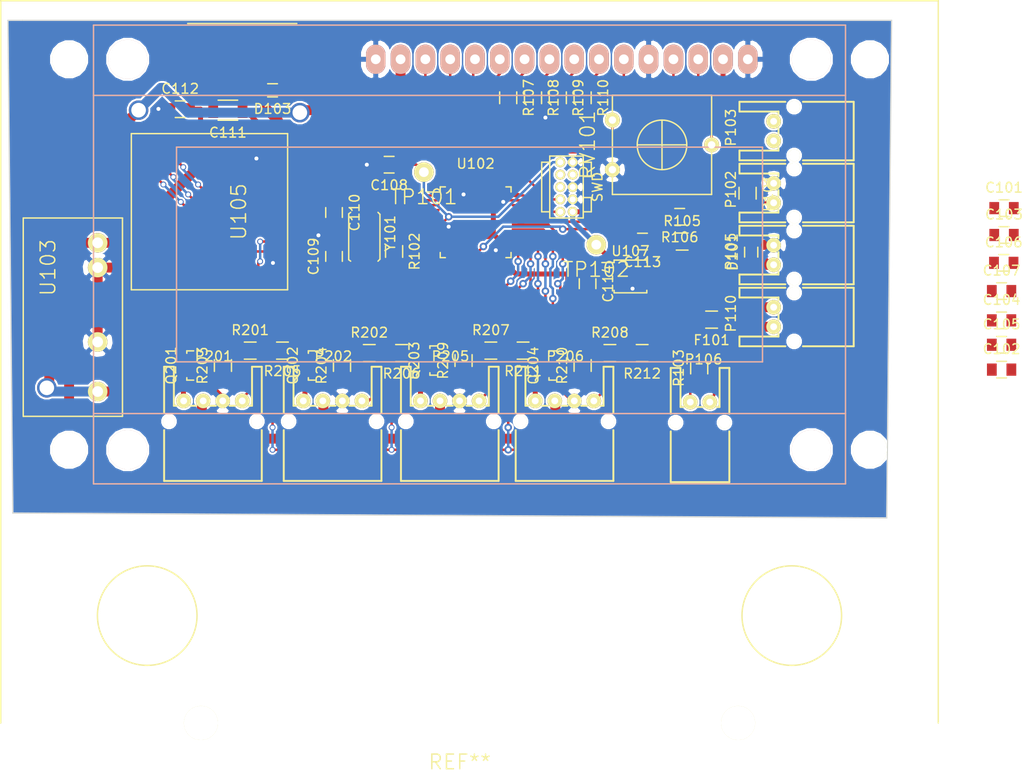
<source format=kicad_pcb>
(kicad_pcb (version 4) (host pcbnew 0.201507280910+6003~25~ubuntu14.04.1-product)
  (layers (0 F.Cu signal) (31 B.Cu signal) (34 B.Paste user) (35 F.Paste user) (36 B.SilkS user) (37 F.SilkS user) (38 B.Mask user) (39 F.Mask user) (44 Edge.Cuts user))
  (net 0 "")
  (net 1 +3V3)
  (net 2 GND)
  (net 3 +BATT)
  (net 4 /nRST)
  (net 5 "Net-(D101-Pad1)")
  (net 6 "Net-(D103-Pad2)")
  (net 7 /ARM_SW)
  (net 8 "Net-(P106-Pad2)")
  (net 9 +5V)
  (net 10 "Net-(P201-Pad4)")
  (net 11 "Net-(P205-Pad4)")
  (net 12 "Net-(Q201-Pad1)")
  (net 13 "Net-(Q202-Pad1)")
  (net 14 "Net-(Q203-Pad1)")
  (net 15 "Net-(Q204-Pad1)")
  (net 16 /BATT_MON)
  (net 17 "Net-(RV101-Pad2)")
  (net 18 /SWDIO)
  (net 19 /SWDCLK)
  (net 20 "Net-(C109-Pad1)")
  (net 21 "Net-(C110-Pad1)")
  (net 22 "Net-(BT101-Pad1)")
  (net 23 "Net-(BT101-Pad2)")
  (net 24 /DISARM_LED)
  (net 25 "Net-(P202-Pad4)")
  (net 26 "Net-(P206-Pad4)")
  (net 27 "Net-(R102-Pad1)")
  (net 28 /ARM_LED)
  (net 29 "Net-(R107-Pad1)")
  (net 30 "Net-(R108-Pad1)")
  (net 31 "Net-(R109-Pad1)")
  (net 32 "Net-(R110-Pad1)")
  (net 33 /controls/CH1_LED)
  (net 34 /controls/CH2_LED)
  (net 35 /controls/CH3_LED)
  (net 36 /controls/CH4_LED)
  (net 37 "Net-(U101-Pad6)")
  (net 38 "Net-(U101-Pad7)")
  (net 39 "Net-(U101-Pad8)")
  (net 40 "Net-(U102-Pad32)")
  (net 41 "Net-(U102-Pad33)")
  (net 42 "Net-(U102-Pad40)")
  (net 43 "Net-(U102-Pad41)")
  (net 44 /RFM_MISO)
  (net 45 /RFM_MOSI)
  (net 46 /RFM_SCK)
  (net 47 /RFM_NSS)
  (net 48 /RFM_RESET)
  (net 49 /RFM_DIO5)
  (net 50 /RFM_DIO3)
  (net 51 /RFM_DIO4)
  (net 52 /RFM_DIO0)
  (net 53 /RFM_DIO1)
  (net 54 /RFM_DIO2)
  (net 55 /LCD_RS)
  (net 56 /LCD_E)
  (net 57 /LCD_DB4)
  (net 58 /LCD_DB5)
  (net 59 /LCD_DB6)
  (net 60 /LCD_DB7)
  (net 61 "Net-(U107-Pad5)")
  (net 62 "Net-(F101-Pad1)")
  (net 63 /controls/CH1_SW)
  (net 64 /controls/CH2_SW)
  (net 65 /controls/CH3_SW)
  (net 66 /controls/CH4_SW)
  (module Capacitors_SMD:C_0805 (layer F.Cu) (at 86.36 62.992 270)
    (fp_text reference C114 (at 0 -2.1 270) (layer F.SilkS))
    (fp_text value 2u2)
    (pad 1 smd rect (at -1 0 270) (size 1 1.25) (layers F.Cu F.Paste F.Mask) (net 1 +3V3))
    (pad 2 smd rect (at 1 0 270) (size 1 1.25) (layers F.Cu F.Paste F.Mask) (net 2 GND))
  )
  (module Capacitors_SMD:C_0805 (layer F.Cu) (at 91.98 58.674 180)
    (fp_text reference C113 (at 0 -2.1 180) (layer F.SilkS))
    (fp_text value 2u2)
    (pad 1 smd rect (at -1 0 180) (size 1 1.25) (layers F.Cu F.Paste F.Mask) (net 3 +BATT))
    (pad 2 smd rect (at 1 0 180) (size 1 1.25) (layers F.Cu F.Paste F.Mask) (net 2 GND))
  )
  (module Capacitors_SMD:C_0805 (layer F.Cu) (at 129 55.25)
    (fp_text reference C101 (at 0 -2.1) (layer F.SilkS))
    (fp_text value 100n)
    (pad 1 smd rect (at -1 0) (size 1 1.25) (layers F.Cu F.Paste F.Mask) (net 1 +3V3))
    (pad 2 smd rect (at 1 0) (size 1 1.25) (layers F.Cu F.Paste F.Mask) (net 2 GND))
  )
  (module Capacitors_SMD:C_0805 (layer F.Cu) (at 128.752571 71.7955)
    (fp_text reference C102 (at 0 -2.1) (layer F.SilkS))
    (fp_text value 100n)
    (pad 1 smd rect (at -1 0) (size 1 1.25) (layers F.Cu F.Paste F.Mask) (net 1 +3V3))
    (pad 2 smd rect (at 1 0) (size 1 1.25) (layers F.Cu F.Paste F.Mask) (net 2 GND))
  )
  (module Capacitors_SMD:C_0805 (layer F.Cu) (at 129 58)
    (fp_text reference C103 (at 0 -2.1) (layer F.SilkS))
    (fp_text value 4u7)
    (pad 1 smd rect (at -1 0) (size 1 1.25) (layers F.Cu F.Paste F.Mask) (net 1 +3V3))
    (pad 2 smd rect (at 1 0) (size 1 1.25) (layers F.Cu F.Paste F.Mask) (net 2 GND))
  )
  (module Capacitors_SMD:C_0805 (layer F.Cu) (at 128.75 66.75)
    (fp_text reference C104 (at 0 -2.1) (layer F.SilkS))
    (fp_text value 100n)
    (pad 1 smd rect (at -1 0) (size 1 1.25) (layers F.Cu F.Paste F.Mask) (net 1 +3V3))
    (pad 2 smd rect (at 1 0) (size 1 1.25) (layers F.Cu F.Paste F.Mask) (net 2 GND))
  )
  (module Capacitors_SMD:C_0805 (layer F.Cu) (at 66.04 50.8 180)
    (fp_text reference C108 (at 0 -2.1 180) (layer F.SilkS))
    (fp_text value 100n)
    (pad 1 smd rect (at -1 0 180) (size 1 1.25) (layers F.Cu F.Paste F.Mask) (net 4 /nRST))
    (pad 2 smd rect (at 1 0 180) (size 1 1.25) (layers F.Cu F.Paste F.Mask) (net 2 GND))
  )
  (module Capacitors_SMD:C_0805 (layer F.Cu) (at 128.75 69.25)
    (fp_text reference C105 (at 0 -2.1) (layer F.SilkS))
    (fp_text value 4u7)
    (pad 1 smd rect (at -1 0) (size 1 1.25) (layers F.Cu F.Paste F.Mask) (net 1 +3V3))
    (pad 2 smd rect (at 1 0) (size 1 1.25) (layers F.Cu F.Paste F.Mask) (net 2 GND))
  )
  (module Capacitors_SMD:C_0805 (layer F.Cu) (at 128.972571 60.8555)
    (fp_text reference C106 (at 0 -2.1) (layer F.SilkS))
    (fp_text value 10n)
    (pad 1 smd rect (at -1 0) (size 1 1.25) (layers F.Cu F.Paste F.Mask) (net 1 +3V3))
    (pad 2 smd rect (at 1 0) (size 1 1.25) (layers F.Cu F.Paste F.Mask) (net 2 GND))
  )
  (module Capacitors_SMD:C_0805 (layer F.Cu) (at 128.75 63.75)
    (fp_text reference C107 (at 0 -2.1) (layer F.SilkS))
    (fp_text value 1u)
    (pad 1 smd rect (at -1 0) (size 1 1.25) (layers F.Cu F.Paste F.Mask) (net 1 +3V3))
    (pad 2 smd rect (at 1 0) (size 1 1.25) (layers F.Cu F.Paste F.Mask) (net 2 GND))
  )
  (module Capacitors_SMD:C_0805 (layer F.Cu) (at 60.398 60.198 90)
    (fp_text reference C109 (at 0 -2.1 90) (layer F.SilkS))
    (fp_text value 15p)
    (pad 1 smd rect (at -1 0 90) (size 1 1.25) (layers F.Cu F.Paste F.Mask) (net 20 "Net-(C109-Pad1)"))
    (pad 2 smd rect (at 1 0 90) (size 1 1.25) (layers F.Cu F.Paste F.Mask) (net 2 GND))
  )
  (module Capacitors_SMD:C_0805 (layer F.Cu) (at 60.398 55.698 270)
    (fp_text reference C110 (at 0 -2.1 270) (layer F.SilkS))
    (fp_text value 15p)
    (pad 1 smd rect (at -1 0 270) (size 1 1.25) (layers F.Cu F.Paste F.Mask) (net 21 "Net-(C110-Pad1)"))
    (pad 2 smd rect (at 1 0 270) (size 1 1.25) (layers F.Cu F.Paste F.Mask) (net 2 GND))
  )
  (module Capacitors_SMD:C_1206 (layer F.Cu) (at 49.53 45.212 180)
    (fp_text reference C111 (at 0 -2.3 180) (layer F.SilkS))
    (fp_text value 100u)
    (pad 1 smd rect (at -1.5 0 180) (size 1 1.6) (layers F.Cu F.Paste F.Mask) (net 2 GND))
    (pad 2 smd rect (at 1.5 0 180) (size 1 1.6) (layers F.Cu F.Paste F.Mask) (net 1 +3V3))
  )
  (module Capacitors_SMD:C_0805 (layer F.Cu) (at 44.644 45.115)
    (fp_text reference C112 (at 0 -2.1) (layer F.SilkS))
    (fp_text value 100n)
    (pad 1 smd rect (at -1 0) (size 1 1.25) (layers F.Cu F.Paste F.Mask) (net 2 GND))
    (pad 2 smd rect (at 1 0) (size 1 1.25) (layers F.Cu F.Paste F.Mask) (net 1 +3V3))
  )
  (module Resistors_SMD:R_0603 (layer F.Cu) (at 103.1135 59.7605 90)
    (fp_text reference D101 (at 0 -1.9 90) (layer F.SilkS))
    (fp_text value TVS_small)
    (pad 1 smd rect (at -0.75 0 90) (size 0.5 0.9) (layers F.Cu F.Paste F.Mask) (net 5 "Net-(D101-Pad1)"))
    (pad 2 smd rect (at 0.75 0 90) (size 0.5 0.9) (layers F.Cu F.Paste F.Mask) (net 2 GND))
  )
  (module Resistors_SMD:R_0603 (layer F.Cu) (at 54.102 43.18 180)
    (fp_text reference D103 (at 0 -1.9 180) (layer F.SilkS))
    (fp_text value TVS_small)
    (pad 1 smd rect (at -0.75 0 180) (size 0.5 0.9) (layers F.Cu F.Paste F.Mask) (net 2 GND))
    (pad 2 smd rect (at 0.75 0 180) (size 0.5 0.9) (layers F.Cu F.Paste F.Mask) (net 6 "Net-(D103-Pad2)"))
  )
  (module common:JST-PA-2 (layer F.Cu) (at 105.41 59.055 270)
    (fp_text reference P105 (at 0.64 4.38 270) (layer F.SilkS))
    (fp_text value BATT hide)
    (pad 1 thru_hole circle (at 0 0 270) (size 1.5 1.5) (drill 0.7) (layers *.Cu *.Mask F.SilkS) (net 2 GND))
    (pad 2 thru_hole circle (at 2 0 270) (size 1.5 1.5) (drill 0.7) (layers *.Cu *.Mask F.SilkS) (net 5 "Net-(D101-Pad1)"))
    (pad "" np_thru_hole circle (at -1.5 -2.1 270) (size 1.2 1.2) (drill 1.2) (layers *.Cu *.Mask F.SilkS))
    (pad "" np_thru_hole circle (at 3.5 -2.1 270) (size 1.2 1.2) (drill 1.2) (layers *.Cu *.Mask F.SilkS))
  )
  (module common:JST-PA-2 (layer F.Cu) (at 105.41 46.355 270)
    (fp_text reference P103 (at 0.64 4.38 270) (layer F.SilkS))
    (fp_text value BATT_CASE hide)
    (pad 1 thru_hole circle (at 0 0 270) (size 1.5 1.5) (drill 0.7) (layers *.Cu *.Mask F.SilkS) (net 22 "Net-(BT101-Pad1)"))
    (pad 2 thru_hole circle (at 2 0 270) (size 1.5 1.5) (drill 0.7) (layers *.Cu *.Mask F.SilkS) (net 23 "Net-(BT101-Pad2)"))
    (pad "" np_thru_hole circle (at -1.5 -2.1 270) (size 1.2 1.2) (drill 1.2) (layers *.Cu *.Mask F.SilkS))
    (pad "" np_thru_hole circle (at 3.5 -2.1 270) (size 1.2 1.2) (drill 1.2) (layers *.Cu *.Mask F.SilkS))
  )
  (module common:JST-PA-2 (layer F.Cu) (at 105.41 52.705 270)
    (fp_text reference P102 (at 0.64 4.38 270) (layer F.SilkS))
    (fp_text value KEYSW hide)
    (pad 1 thru_hole circle (at 0 0 270) (size 1.5 1.5) (drill 0.7) (layers *.Cu *.Mask F.SilkS) (net 2 GND))
    (pad 2 thru_hole circle (at 2 0 270) (size 1.5 1.5) (drill 0.7) (layers *.Cu *.Mask F.SilkS) (net 7 /ARM_SW))
    (pad "" np_thru_hole circle (at -1.5 -2.1 270) (size 1.2 1.2) (drill 1.2) (layers *.Cu *.Mask F.SilkS))
    (pad "" np_thru_hole circle (at 3.5 -2.1 270) (size 1.2 1.2) (drill 1.2) (layers *.Cu *.Mask F.SilkS))
  )
  (module common:SMA-142-0701-801 (layer F.Cu) (at 51 39)
    (fp_text reference P108 hide)
    (fp_text value SMA hide)
    (pad 1 smd rect (at 0 0) (size 2.286 5.08) (layers F.Cu F.Mask) (net 6 "Net-(D103-Pad2)"))
    (pad 2 smd rect (at -4.3815 0) (size 2.413 5.08) (layers F.Cu F.Mask) (net 2 GND))
    (pad 3 smd rect (at 4.3815 0) (size 2.413 5.08) (layers F.Cu F.Mask) (net 2 GND))
    (pad 4 smd rect (at -4.3815 0) (size 2.413 5.08) (layers B.Cu B.Mask) (net 2 GND))
    (pad 5 smd rect (at 4.3815 0) (size 2.413 5.08) (layers B.Cu B.Mask) (net 2 GND))
  )
  (module common:JST-PA-4 (layer F.Cu) (at 51 75 180)
    (fp_text reference P201 (at 2.93 4.57 180) (layer F.SilkS))
    (fp_text value CH1 hide)
    (pad 1 thru_hole circle (at 0 0 180) (size 1.5 1.5) (drill 0.7) (layers *.Cu *.Mask F.SilkS) (net 63 /controls/CH1_SW))
    (pad 2 thru_hole circle (at 2 0 180) (size 1.5 1.5) (drill 0.7) (layers *.Cu *.Mask F.SilkS) (net 2 GND))
    (pad 3 thru_hole circle (at 4 0 180) (size 1.5 1.5) (drill 0.7) (layers *.Cu *.Mask F.SilkS) (net 9 +5V))
    (pad 4 thru_hole circle (at 6 0 180) (size 1.5 1.5) (drill 0.7) (layers *.Cu *.Mask F.SilkS) (net 10 "Net-(P201-Pad4)"))
    (pad "" np_thru_hole circle (at -1.5 -2.1 180) (size 1.2 1.2) (drill 1.2) (layers *.Cu *.Mask F.SilkS))
    (pad "" np_thru_hole circle (at 7.5 -2.1 180) (size 1.2 1.2) (drill 1.2) (layers *.Cu *.Mask F.SilkS))
  )
  (module common:JST-PA-4 (layer F.Cu) (at 75.25 75 180)
    (fp_text reference P205 (at 2.93 4.57 180) (layer F.SilkS))
    (fp_text value CH3 hide)
    (pad 1 thru_hole circle (at 0 0 180) (size 1.5 1.5) (drill 0.7) (layers *.Cu *.Mask F.SilkS) (net 65 /controls/CH3_SW))
    (pad 2 thru_hole circle (at 2 0 180) (size 1.5 1.5) (drill 0.7) (layers *.Cu *.Mask F.SilkS) (net 2 GND))
    (pad 3 thru_hole circle (at 4 0 180) (size 1.5 1.5) (drill 0.7) (layers *.Cu *.Mask F.SilkS) (net 9 +5V))
    (pad 4 thru_hole circle (at 6 0 180) (size 1.5 1.5) (drill 0.7) (layers *.Cu *.Mask F.SilkS) (net 11 "Net-(P205-Pad4)"))
    (pad "" np_thru_hole circle (at -1.5 -2.1 180) (size 1.2 1.2) (drill 1.2) (layers *.Cu *.Mask F.SilkS))
    (pad "" np_thru_hole circle (at 7.5 -2.1 180) (size 1.2 1.2) (drill 1.2) (layers *.Cu *.Mask F.SilkS))
  )
  (module common:JST-PA-4 (layer F.Cu) (at 63.25 75 180)
    (fp_text reference P202 (at 2.93 4.57 180) (layer F.SilkS))
    (fp_text value CH2 hide)
    (pad 1 thru_hole circle (at 0 0 180) (size 1.5 1.5) (drill 0.7) (layers *.Cu *.Mask F.SilkS) (net 64 /controls/CH2_SW))
    (pad 2 thru_hole circle (at 2 0 180) (size 1.5 1.5) (drill 0.7) (layers *.Cu *.Mask F.SilkS) (net 2 GND))
    (pad 3 thru_hole circle (at 4 0 180) (size 1.5 1.5) (drill 0.7) (layers *.Cu *.Mask F.SilkS) (net 9 +5V))
    (pad 4 thru_hole circle (at 6 0 180) (size 1.5 1.5) (drill 0.7) (layers *.Cu *.Mask F.SilkS) (net 25 "Net-(P202-Pad4)"))
    (pad "" np_thru_hole circle (at -1.5 -2.1 180) (size 1.2 1.2) (drill 1.2) (layers *.Cu *.Mask F.SilkS))
    (pad "" np_thru_hole circle (at 7.5 -2.1 180) (size 1.2 1.2) (drill 1.2) (layers *.Cu *.Mask F.SilkS))
  )
  (module common:JST-PA-4 (layer F.Cu) (at 87 75 180)
    (fp_text reference P206 (at 2.93 4.57 180) (layer F.SilkS))
    (fp_text value CH4 hide)
    (pad 1 thru_hole circle (at 0 0 180) (size 1.5 1.5) (drill 0.7) (layers *.Cu *.Mask F.SilkS) (net 66 /controls/CH4_SW))
    (pad 2 thru_hole circle (at 2 0 180) (size 1.5 1.5) (drill 0.7) (layers *.Cu *.Mask F.SilkS) (net 2 GND))
    (pad 3 thru_hole circle (at 4 0 180) (size 1.5 1.5) (drill 0.7) (layers *.Cu *.Mask F.SilkS) (net 9 +5V))
    (pad 4 thru_hole circle (at 6 0 180) (size 1.5 1.5) (drill 0.7) (layers *.Cu *.Mask F.SilkS) (net 26 "Net-(P206-Pad4)"))
    (pad "" np_thru_hole circle (at -1.5 -2.1 180) (size 1.2 1.2) (drill 1.2) (layers *.Cu *.Mask F.SilkS))
    (pad "" np_thru_hole circle (at 7.5 -2.1 180) (size 1.2 1.2) (drill 1.2) (layers *.Cu *.Mask F.SilkS))
  )
  (module Housings_SOT-23_SOT-143_TSOT-6:SOT-23 (layer F.Cu) (at 45.974 71.374 90)
    (fp_text reference Q201 (at 0 -2.25 90) (layer F.SilkS))
    (fp_text value BSS138BK)
    (pad 1 smd rect (at -0.95 1.00076 90) (size 0.8001 0.8001) (layers F.Cu F.Paste F.Mask) (net 12 "Net-(Q201-Pad1)"))
    (pad 2 smd rect (at 0.95 1.00076 90) (size 0.8001 0.8001) (layers F.Cu F.Paste F.Mask) (net 2 GND))
    (pad 3 smd rect (at 0 -0.99822 90) (size 0.8001 0.8001) (layers F.Cu F.Paste F.Mask) (net 10 "Net-(P201-Pad4)"))
  )
  (module Housings_SOT-23_SOT-143_TSOT-6:SOT-23 (layer F.Cu) (at 70.866 70.866 90)
    (fp_text reference Q203 (at 0 -2.25 90) (layer F.SilkS))
    (fp_text value BSS138BK)
    (pad 1 smd rect (at -0.95 1.00076 90) (size 0.8001 0.8001) (layers F.Cu F.Paste F.Mask) (net 14 "Net-(Q203-Pad1)"))
    (pad 2 smd rect (at 0.95 1.00076 90) (size 0.8001 0.8001) (layers F.Cu F.Paste F.Mask) (net 2 GND))
    (pad 3 smd rect (at 0 -0.99822 90) (size 0.8001 0.8001) (layers F.Cu F.Paste F.Mask) (net 11 "Net-(P205-Pad4)"))
  )
  (module Housings_SOT-23_SOT-143_TSOT-6:SOT-23 (layer F.Cu) (at 58.42 71.374 90)
    (fp_text reference Q202 (at 0 -2.25 90) (layer F.SilkS))
    (fp_text value BSS138BK)
    (pad 1 smd rect (at -0.95 1.00076 90) (size 0.8001 0.8001) (layers F.Cu F.Paste F.Mask) (net 13 "Net-(Q202-Pad1)"))
    (pad 2 smd rect (at 0.95 1.00076 90) (size 0.8001 0.8001) (layers F.Cu F.Paste F.Mask) (net 2 GND))
    (pad 3 smd rect (at 0 -0.99822 90) (size 0.8001 0.8001) (layers F.Cu F.Paste F.Mask) (net 25 "Net-(P202-Pad4)"))
  )
  (module Housings_SOT-23_SOT-143_TSOT-6:SOT-23 (layer F.Cu) (at 83.058 71.374 90)
    (fp_text reference Q204 (at 0 -2.25 90) (layer F.SilkS))
    (fp_text value BSS138BK)
    (pad 1 smd rect (at -0.95 1.00076 90) (size 0.8001 0.8001) (layers F.Cu F.Paste F.Mask) (net 15 "Net-(Q204-Pad1)"))
    (pad 2 smd rect (at 0.95 1.00076 90) (size 0.8001 0.8001) (layers F.Cu F.Paste F.Mask) (net 2 GND))
    (pad 3 smd rect (at 0 -0.99822 90) (size 0.8001 0.8001) (layers F.Cu F.Paste F.Mask) (net 26 "Net-(P206-Pad4)"))
  )
  (module Resistors_SMD:R_0805 (layer F.Cu) (at 96.044 58.674)
    (fp_text reference R105 (at 0 -2.1) (layer F.SilkS))
    (fp_text value 3k3)
    (pad 1 smd rect (at -0.95 0) (size 0.7 1.3) (layers F.Cu F.Paste F.Mask) (net 3 +BATT))
    (pad 2 smd rect (at 0.95 0) (size 0.7 1.3) (layers F.Cu F.Paste F.Mask) (net 16 /BATT_MON))
  )
  (module Resistors_SMD:R_0805 (layer F.Cu) (at 102.743 53.721 270)
    (fp_text reference R101 (at 0 -2.1 270) (layer F.SilkS))
    (fp_text value 10k)
    (pad 1 smd rect (at -0.95 0 270) (size 0.7 1.3) (layers F.Cu F.Paste F.Mask) (net 1 +3V3))
    (pad 2 smd rect (at 0.95 0 270) (size 0.7 1.3) (layers F.Cu F.Paste F.Mask) (net 7 /ARM_SW))
  )
  (module Capacitors_SMD:C_0805 (layer F.Cu) (at 95.79 56.134 180)
    (fp_text reference R106 (at 0 -2.1 180) (layer F.SilkS))
    (fp_text value 10k)
    (pad 1 smd rect (at -1 0 180) (size 1 1.25) (layers F.Cu F.Paste F.Mask) (net 16 /BATT_MON))
    (pad 2 smd rect (at 1 0 180) (size 1 1.25) (layers F.Cu F.Paste F.Mask) (net 2 GND))
  )
  (module Resistors_SMD:R_0805 (layer F.Cu) (at 97.79 71.628 90)
    (fp_text reference R103 (at 0 -2.1 90) (layer F.SilkS))
    (fp_text value 75R)
    (pad 1 smd rect (at -0.95 0 90) (size 0.7 1.3) (layers F.Cu F.Paste F.Mask) (net 8 "Net-(P106-Pad2)"))
    (pad 2 smd rect (at 0.95 0 90) (size 0.7 1.3) (layers F.Cu F.Paste F.Mask) (net 28 /ARM_LED))
  )
  (module Resistors_SMD:R_0805 (layer F.Cu) (at 66.548 59.69 270)
    (fp_text reference R102 (at 0 -2.1 270) (layer F.SilkS))
    (fp_text value 100R)
    (pad 1 smd rect (at -0.95 0 270) (size 0.7 1.3) (layers F.Cu F.Paste F.Mask) (net 27 "Net-(R102-Pad1)"))
    (pad 2 smd rect (at 0.95 0 270) (size 0.7 1.3) (layers F.Cu F.Paste F.Mask) (net 20 "Net-(C109-Pad1)"))
  )
  (module Resistors_SMD:R_0805 (layer F.Cu) (at 55.118 69.85 180)
    (fp_text reference R205 (at 0 -2.1 180) (layer F.SilkS))
    (fp_text value 10k)
    (pad 1 smd rect (at -0.95 0 180) (size 0.7 1.3) (layers F.Cu F.Paste F.Mask) (net 1 +3V3))
    (pad 2 smd rect (at 0.95 0 180) (size 0.7 1.3) (layers F.Cu F.Paste F.Mask) (net 63 /controls/CH1_SW))
  )
  (module Resistors_SMD:R_0805 (layer F.Cu) (at 79.756 69.85 180)
    (fp_text reference R211 (at 0 -2.1 180) (layer F.SilkS))
    (fp_text value 10k)
    (pad 1 smd rect (at -0.95 0 180) (size 0.7 1.3) (layers F.Cu F.Paste F.Mask) (net 1 +3V3))
    (pad 2 smd rect (at 0.95 0 180) (size 0.7 1.3) (layers F.Cu F.Paste F.Mask) (net 65 /controls/CH3_SW))
  )
  (module Resistors_SMD:R_0805 (layer F.Cu) (at 51.816 69.85)
    (fp_text reference R201 (at 0 -2.1) (layer F.SilkS))
    (fp_text value 180R)
    (pad 1 smd rect (at -0.95 0) (size 0.7 1.3) (layers F.Cu F.Paste F.Mask) (net 12 "Net-(Q201-Pad1)"))
    (pad 2 smd rect (at 0.95 0) (size 0.7 1.3) (layers F.Cu F.Paste F.Mask) (net 33 /controls/CH1_LED))
  )
  (module Resistors_SMD:R_0805 (layer F.Cu) (at 76.454 69.85)
    (fp_text reference R207 (at 0 -2.1) (layer F.SilkS))
    (fp_text value 180R)
    (pad 1 smd rect (at -0.95 0) (size 0.7 1.3) (layers F.Cu F.Paste F.Mask) (net 14 "Net-(Q203-Pad1)"))
    (pad 2 smd rect (at 0.95 0) (size 0.7 1.3) (layers F.Cu F.Paste F.Mask) (net 35 /controls/CH3_LED))
  )
  (module Resistors_SMD:R_0805 (layer F.Cu) (at 49.022 71.374 90)
    (fp_text reference R203 (at 0 -2.1 90) (layer F.SilkS))
    (fp_text value 100k)
    (pad 1 smd rect (at -0.95 0 90) (size 0.7 1.3) (layers F.Cu F.Paste F.Mask) (net 12 "Net-(Q201-Pad1)"))
    (pad 2 smd rect (at 0.95 0 90) (size 0.7 1.3) (layers F.Cu F.Paste F.Mask) (net 2 GND))
  )
  (module Resistors_SMD:R_0805 (layer F.Cu) (at 73.66 70.866 90)
    (fp_text reference R209 (at 0 -2.1 90) (layer F.SilkS))
    (fp_text value 100k)
    (pad 1 smd rect (at -0.95 0 90) (size 0.7 1.3) (layers F.Cu F.Paste F.Mask) (net 14 "Net-(Q203-Pad1)"))
    (pad 2 smd rect (at 0.95 0 90) (size 0.7 1.3) (layers F.Cu F.Paste F.Mask) (net 2 GND))
  )
  (module Resistors_SMD:R_0805 (layer F.Cu) (at 67.31 70.104 180)
    (fp_text reference R206 (at 0 -2.1 180) (layer F.SilkS))
    (fp_text value 10k)
    (pad 1 smd rect (at -0.95 0 180) (size 0.7 1.3) (layers F.Cu F.Paste F.Mask) (net 1 +3V3))
    (pad 2 smd rect (at 0.95 0 180) (size 0.7 1.3) (layers F.Cu F.Paste F.Mask) (net 64 /controls/CH2_SW))
  )
  (module Resistors_SMD:R_0805 (layer F.Cu) (at 91.948 70.104 180)
    (fp_text reference R212 (at 0 -2.1 180) (layer F.SilkS))
    (fp_text value 10k)
    (pad 1 smd rect (at -0.95 0 180) (size 0.7 1.3) (layers F.Cu F.Paste F.Mask) (net 1 +3V3))
    (pad 2 smd rect (at 0.95 0 180) (size 0.7 1.3) (layers F.Cu F.Paste F.Mask) (net 66 /controls/CH4_SW))
  )
  (module Resistors_SMD:R_0805 (layer F.Cu) (at 64.008 70.104)
    (fp_text reference R202 (at 0 -2.1) (layer F.SilkS))
    (fp_text value 180R)
    (pad 1 smd rect (at -0.95 0) (size 0.7 1.3) (layers F.Cu F.Paste F.Mask) (net 13 "Net-(Q202-Pad1)"))
    (pad 2 smd rect (at 0.95 0) (size 0.7 1.3) (layers F.Cu F.Paste F.Mask) (net 34 /controls/CH2_LED))
  )
  (module Resistors_SMD:R_0805 (layer F.Cu) (at 88.646 70.104)
    (fp_text reference R208 (at 0 -2.1) (layer F.SilkS))
    (fp_text value 180R)
    (pad 1 smd rect (at -0.95 0) (size 0.7 1.3) (layers F.Cu F.Paste F.Mask) (net 15 "Net-(Q204-Pad1)"))
    (pad 2 smd rect (at 0.95 0) (size 0.7 1.3) (layers F.Cu F.Paste F.Mask) (net 36 /controls/CH4_LED))
  )
  (module Resistors_SMD:R_0805 (layer F.Cu) (at 61.214 71.374 90)
    (fp_text reference R204 (at 0 -2.1 90) (layer F.SilkS))
    (fp_text value 100k)
    (pad 1 smd rect (at -0.95 0 90) (size 0.7 1.3) (layers F.Cu F.Paste F.Mask) (net 13 "Net-(Q202-Pad1)"))
    (pad 2 smd rect (at 0.95 0 90) (size 0.7 1.3) (layers F.Cu F.Paste F.Mask) (net 2 GND))
  )
  (module Resistors_SMD:R_0805 (layer F.Cu) (at 85.852 71.374 90)
    (fp_text reference R210 (at 0 -2.1 90) (layer F.SilkS))
    (fp_text value 100k)
    (pad 1 smd rect (at -0.95 0 90) (size 0.7 1.3) (layers F.Cu F.Paste F.Mask) (net 15 "Net-(Q204-Pad1)"))
    (pad 2 smd rect (at 0.95 0 90) (size 0.7 1.3) (layers F.Cu F.Paste F.Mask) (net 2 GND))
  )
  (module control:bourns3386G (layer F.Cu) (at 93.98 48.768 270)
    (fp_text reference RV101 (at 0 7.62 270) (layer F.SilkS) (effects (font (size 1.5 1.5))))
    (fp_text value "20k LIN" hide)
    (pad 1 thru_hole circle (at -2.54 5.08 270) (size 1.524 1.524) (drill 0.762) (layers *.Cu *.Mask F.SilkS) (net 1 +3V3))
    (pad 3 thru_hole circle (at 2.54 5.08 270) (size 1.524 1.524) (drill 0.762) (layers *.Cu *.Mask F.SilkS) (net 2 GND))
    (pad 2 thru_hole circle (at 0 -5.08 270) (size 1.524 1.524) (drill 0.762) (layers *.Cu *.Mask F.SilkS) (net 17 "Net-(RV101-Pad2)"))
  )
  (module common:TESTPOINT (layer F.Cu) (at 87.25 59)
    (fp_text reference TP102 (at 0 2.54) (layer F.SilkS) (effects (font (size 1.5 1.5))))
    (fp_text value 3v3)
    (pad 1 thru_hole circle (at 0 0) (size 2 2) (drill 1) (layers *.Cu *.Mask F.SilkS) (net 1 +3V3))
  )
  (module common:TESTPOINT (layer F.Cu) (at 69.596 51.562)
    (fp_text reference TP101 (at 0 2.54) (layer F.SilkS) (effects (font (size 1.5 1.5))))
    (fp_text value nRST)
    (pad 1 thru_hole circle (at 0 0) (size 2 2) (drill 1) (layers *.Cu *.Mask F.SilkS) (net 4 /nRST))
  )
  (module Housings_SSOP:MSOP-8_3x3mm_Pitch0.65mm (layer F.Cu) (at 90.75 62.25)
    (fp_text reference U107 (at 0 -2.6) (layer F.SilkS))
    (fp_text value ADP3335)
    (pad 1 smd rect (at -2.2 -0.975) (size 1.45 0.45) (layers F.Cu F.Paste F.Mask) (net 1 +3V3))
    (pad 2 smd rect (at -2.2 -0.325) (size 1.45 0.45) (layers F.Cu F.Paste F.Mask) (net 1 +3V3))
    (pad 3 smd rect (at -2.2 0.325) (size 1.45 0.45) (layers F.Cu F.Paste F.Mask) (net 1 +3V3))
    (pad 4 smd rect (at -2.2 0.975) (size 1.45 0.45) (layers F.Cu F.Paste F.Mask) (net 2 GND))
    (pad 5 smd rect (at 2.2 0.975) (size 1.45 0.45) (layers F.Cu F.Paste F.Mask) (net 61 "Net-(U107-Pad5)"))
    (pad 6 smd rect (at 2.2 0.325) (size 1.45 0.45) (layers F.Cu F.Paste F.Mask) (net 3 +BATT))
    (pad 7 smd rect (at 2.2 -0.325) (size 1.45 0.45) (layers F.Cu F.Paste F.Mask) (net 3 +BATT))
    (pad 8 smd rect (at 2.2 -0.975) (size 1.45 0.45) (layers F.Cu F.Paste F.Mask) (net 3 +BATT))
  )
  (module control:LCD_MC42004A6W (layer B.Cu) (at 74.27 60 180)
    (fp_text reference U106 hide)
    (fp_text value LCD_HD44780 hide)
    (pad "" np_thru_hole circle (at -35 20 180) (size 4 4) (drill 4) (layers *.Cu *.Mask B.SilkS))
    (pad "" np_thru_hole circle (at -35 -20 180) (size 4 4) (drill 4) (layers *.Cu *.Mask B.SilkS))
    (pad "" np_thru_hole circle (at 35 -20 180) (size 4 4) (drill 4) (layers *.Cu *.Mask B.SilkS))
    (pad "" np_thru_hole circle (at 35 20 180) (size 4 4) (drill 4) (layers *.Cu *.Mask B.SilkS))
    (pad 1 thru_hole oval (at -28.5 20 180) (size 2 3) (drill 1) (layers *.Cu *.Mask B.SilkS) (net 2 GND))
    (pad 2 thru_hole oval (at -25.96 20 180) (size 2 3) (drill 1) (layers *.Cu *.Mask B.SilkS) (net 1 +3V3))
    (pad 3 thru_hole oval (at -23.42 20 180) (size 2 3) (drill 1) (layers *.Cu *.Mask B.SilkS) (net 17 "Net-(RV101-Pad2)"))
    (pad 4 thru_hole oval (at -20.88 20 180) (size 2 3) (drill 1) (layers *.Cu *.Mask B.SilkS) (net 55 /LCD_RS))
    (pad 5 thru_hole oval (at -18.34 20 180) (size 2 3) (drill 1) (layers *.Cu *.Mask B.SilkS) (net 2 GND))
    (pad 6 thru_hole oval (at -15.8 20 180) (size 2 3) (drill 1) (layers *.Cu *.Mask B.SilkS) (net 56 /LCD_E))
    (pad 7 thru_hole oval (at -13.26 20 180) (size 2 3) (drill 1) (layers *.Cu *.Mask B.SilkS) (net 32 "Net-(R110-Pad1)"))
    (pad 8 thru_hole oval (at -10.72 20 180) (size 2 3) (drill 1) (layers *.Cu *.Mask B.SilkS) (net 31 "Net-(R109-Pad1)"))
    (pad 9 thru_hole oval (at -8.18 20 180) (size 2 3) (drill 1) (layers *.Cu *.Mask B.SilkS) (net 30 "Net-(R108-Pad1)"))
    (pad 10 thru_hole oval (at -5.64 20 180) (size 2 3) (drill 1) (layers *.Cu *.Mask B.SilkS) (net 29 "Net-(R107-Pad1)"))
    (pad 11 thru_hole oval (at -3.1 20 180) (size 2 3) (drill 1) (layers *.Cu *.Mask B.SilkS) (net 57 /LCD_DB4))
    (pad 12 thru_hole oval (at -0.56 20 180) (size 2 3) (drill 1) (layers *.Cu *.Mask B.SilkS) (net 58 /LCD_DB5))
    (pad 13 thru_hole oval (at 1.98 20 180) (size 2 3) (drill 1) (layers *.Cu *.Mask B.SilkS) (net 59 /LCD_DB6))
    (pad 14 thru_hole oval (at 4.52 20 180) (size 2 3) (drill 1) (layers *.Cu *.Mask B.SilkS) (net 60 /LCD_DB7))
    (pad 15 thru_hole oval (at 7.06 20 180) (size 2 3) (drill 1) (layers *.Cu *.Mask B.SilkS) (net 9 +5V))
    (pad 16 thru_hole oval (at 9.6 20 180) (size 2 3) (drill 1) (layers *.Cu *.Mask B.SilkS) (net 2 GND))
  )
  (module Housings_QFP:LQFP-48_7x7mm_Pitch0.5mm (layer F.Cu) (at 74.898 56.698)
    (fp_text reference U102 (at 0 -6) (layer F.SilkS))
    (fp_text value STM32F071CBT6)
    (pad 1 smd rect (at -4.35 -2.75) (size 1.3 0.25) (layers F.Cu F.Paste F.Mask) (net 1 +3V3))
    (pad 2 smd rect (at -4.35 -2.25) (size 1.3 0.25) (layers F.Cu F.Paste F.Mask) (net 50 /RFM_DIO3))
    (pad 3 smd rect (at -4.35 -1.75) (size 1.3 0.25) (layers F.Cu F.Paste F.Mask) (net 51 /RFM_DIO4))
    (pad 4 smd rect (at -4.35 -1.25) (size 1.3 0.25) (layers F.Cu F.Paste F.Mask) (net 52 /RFM_DIO0))
    (pad 5 smd rect (at -4.35 -0.75) (size 1.3 0.25) (layers F.Cu F.Paste F.Mask) (net 21 "Net-(C110-Pad1)"))
    (pad 6 smd rect (at -4.35 -0.25) (size 1.3 0.25) (layers F.Cu F.Paste F.Mask) (net 27 "Net-(R102-Pad1)"))
    (pad 7 smd rect (at -4.35 0.25) (size 1.3 0.25) (layers F.Cu F.Paste F.Mask) (net 4 /nRST))
    (pad 8 smd rect (at -4.35 0.75) (size 1.3 0.25) (layers F.Cu F.Paste F.Mask) (net 2 GND))
    (pad 9 smd rect (at -4.35 1.25) (size 1.3 0.25) (layers F.Cu F.Paste F.Mask) (net 1 +3V3))
    (pad 10 smd rect (at -4.35 1.75) (size 1.3 0.25) (layers F.Cu F.Paste F.Mask) (net 53 /RFM_DIO1))
    (pad 11 smd rect (at -4.35 2.25) (size 1.3 0.25) (layers F.Cu F.Paste F.Mask) (net 54 /RFM_DIO2))
    (pad 12 smd rect (at -4.35 2.75) (size 1.3 0.25) (layers F.Cu F.Paste F.Mask) (net 49 /RFM_DIO5))
    (pad 13 smd rect (at -2.75 4.35 90) (size 1.3 0.25) (layers F.Cu F.Paste F.Mask) (net 48 /RFM_RESET))
    (pad 14 smd rect (at -2.25 4.35 90) (size 1.3 0.25) (layers F.Cu F.Paste F.Mask) (net 47 /RFM_NSS))
    (pad 15 smd rect (at -1.75 4.35 90) (size 1.3 0.25) (layers F.Cu F.Paste F.Mask) (net 46 /RFM_SCK))
    (pad 16 smd rect (at -1.25 4.35 90) (size 1.3 0.25) (layers F.Cu F.Paste F.Mask) (net 44 /RFM_MISO))
    (pad 17 smd rect (at -0.75 4.35 90) (size 1.3 0.25) (layers F.Cu F.Paste F.Mask) (net 45 /RFM_MOSI))
    (pad 18 smd rect (at -0.25 4.35 90) (size 1.3 0.25) (layers F.Cu F.Paste F.Mask) (net 33 /controls/CH1_LED))
    (pad 19 smd rect (at 0.25 4.35 90) (size 1.3 0.25) (layers F.Cu F.Paste F.Mask) (net 16 /BATT_MON))
    (pad 20 smd rect (at 0.75 4.35 90) (size 1.3 0.25) (layers F.Cu F.Paste F.Mask) (net 63 /controls/CH1_SW))
    (pad 21 smd rect (at 1.25 4.35 90) (size 1.3 0.25) (layers F.Cu F.Paste F.Mask) (net 34 /controls/CH2_LED))
    (pad 22 smd rect (at 1.75 4.35 90) (size 1.3 0.25) (layers F.Cu F.Paste F.Mask) (net 64 /controls/CH2_SW))
    (pad 23 smd rect (at 2.25 4.35 90) (size 1.3 0.25) (layers F.Cu F.Paste F.Mask) (net 2 GND))
    (pad 24 smd rect (at 2.75 4.35 90) (size 1.3 0.25) (layers F.Cu F.Paste F.Mask) (net 1 +3V3))
    (pad 25 smd rect (at 4.35 2.75) (size 1.3 0.25) (layers F.Cu F.Paste F.Mask) (net 35 /controls/CH3_LED))
    (pad 26 smd rect (at 4.35 2.25) (size 1.3 0.25) (layers F.Cu F.Paste F.Mask) (net 65 /controls/CH3_SW))
    (pad 27 smd rect (at 4.35 1.75) (size 1.3 0.25) (layers F.Cu F.Paste F.Mask) (net 36 /controls/CH4_LED))
    (pad 28 smd rect (at 4.35 1.25) (size 1.3 0.25) (layers F.Cu F.Paste F.Mask) (net 66 /controls/CH4_SW))
    (pad 29 smd rect (at 4.35 0.75) (size 1.3 0.25) (layers F.Cu F.Paste F.Mask) (net 28 /ARM_LED))
    (pad 30 smd rect (at 4.35 0.25) (size 1.3 0.25) (layers F.Cu F.Paste F.Mask) (net 24 /DISARM_LED))
    (pad 31 smd rect (at 4.35 -0.25) (size 1.3 0.25) (layers F.Cu F.Paste F.Mask) (net 7 /ARM_SW))
    (pad 32 smd rect (at 4.35 -0.75) (size 1.3 0.25) (layers F.Cu F.Paste F.Mask) (net 40 "Net-(U102-Pad32)"))
    (pad 33 smd rect (at 4.35 -1.25) (size 1.3 0.25) (layers F.Cu F.Paste F.Mask) (net 41 "Net-(U102-Pad33)"))
    (pad 34 smd rect (at 4.35 -1.75) (size 1.3 0.25) (layers F.Cu F.Paste F.Mask) (net 18 /SWDIO))
    (pad 35 smd rect (at 4.35 -2.25) (size 1.3 0.25) (layers F.Cu F.Paste F.Mask) (net 2 GND))
    (pad 36 smd rect (at 4.35 -2.75) (size 1.3 0.25) (layers F.Cu F.Paste F.Mask) (net 1 +3V3))
    (pad 37 smd rect (at 2.75 -4.35 90) (size 1.3 0.25) (layers F.Cu F.Paste F.Mask) (net 19 /SWDCLK))
    (pad 38 smd rect (at 2.25 -4.35 90) (size 1.3 0.25) (layers F.Cu F.Paste F.Mask) (net 55 /LCD_RS))
    (pad 39 smd rect (at 1.75 -4.35 90) (size 1.3 0.25) (layers F.Cu F.Paste F.Mask) (net 56 /LCD_E))
    (pad 40 smd rect (at 1.25 -4.35 90) (size 1.3 0.25) (layers F.Cu F.Paste F.Mask) (net 42 "Net-(U102-Pad40)"))
    (pad 41 smd rect (at 0.75 -4.35 90) (size 1.3 0.25) (layers F.Cu F.Paste F.Mask) (net 43 "Net-(U102-Pad41)"))
    (pad 42 smd rect (at 0.25 -4.35 90) (size 1.3 0.25) (layers F.Cu F.Paste F.Mask) (net 57 /LCD_DB4))
    (pad 43 smd rect (at -0.25 -4.35 90) (size 1.3 0.25) (layers F.Cu F.Paste F.Mask) (net 58 /LCD_DB5))
    (pad 44 smd rect (at -0.75 -4.35 90) (size 1.3 0.25) (layers F.Cu F.Paste F.Mask) (net 2 GND))
    (pad 45 smd rect (at -1.25 -4.35 90) (size 1.3 0.25) (layers F.Cu F.Paste F.Mask) (net 59 /LCD_DB6))
    (pad 46 smd rect (at -1.75 -4.35 90) (size 1.3 0.25) (layers F.Cu F.Paste F.Mask) (net 60 /LCD_DB7))
    (pad 47 smd rect (at -2.25 -4.35 90) (size 1.3 0.25) (layers F.Cu F.Paste F.Mask) (net 2 GND))
    (pad 48 smd rect (at -2.75 -4.35 90) (size 1.3 0.25) (layers F.Cu F.Paste F.Mask) (net 1 +3V3))
  )
  (module common:RFM95W (layer F.Cu) (at 47.644 55.615 90)
    (fp_text reference U105 (at 0 3 90) (layer F.SilkS) (effects (font (size 1.5 1.5))))
    (fp_text value RFM95W)
    (pad 1 smd rect (at -7 -7 90) (size 2.5 1) (drill (offset -0.25 0)) (layers F.Cu F.Paste F.Mask) (net 2 GND))
    (pad 2 smd rect (at -7 -5 90) (size 2.5 1) (drill (offset -0.25 0)) (layers F.Cu F.Paste F.Mask) (net 44 /RFM_MISO))
    (pad 3 smd rect (at -7 -3 90) (size 2.5 1) (drill (offset -0.25 0)) (layers F.Cu F.Paste F.Mask) (net 45 /RFM_MOSI))
    (pad 4 smd rect (at -7 -1 90) (size 2.5 1) (drill (offset -0.25 0)) (layers F.Cu F.Paste F.Mask) (net 46 /RFM_SCK))
    (pad 5 smd rect (at -7 1 90) (size 2.5 1) (drill (offset -0.25 0)) (layers F.Cu F.Paste F.Mask) (net 47 /RFM_NSS))
    (pad 6 smd rect (at -7 3 90) (size 2.5 1) (drill (offset -0.25 0)) (layers F.Cu F.Paste F.Mask) (net 48 /RFM_RESET))
    (pad 7 smd rect (at -7 5 90) (size 2.5 1) (drill (offset -0.25 0)) (layers F.Cu F.Paste F.Mask) (net 49 /RFM_DIO5))
    (pad 8 smd rect (at -7 7 90) (size 2.5 1) (drill (offset -0.25 0)) (layers F.Cu F.Paste F.Mask) (net 2 GND))
    (pad 9 smd rect (at 7 7 90) (size 2.5 1) (drill (offset 0.25 0)) (layers F.Cu F.Paste F.Mask) (net 6 "Net-(D103-Pad2)"))
    (pad 10 smd rect (at 7 5 90) (size 2.5 1) (drill (offset 0.25 0)) (layers F.Cu F.Paste F.Mask) (net 2 GND))
    (pad 11 smd rect (at 7 3 90) (size 2.5 1) (drill (offset 0.25 0)) (layers F.Cu F.Paste F.Mask) (net 50 /RFM_DIO3))
    (pad 12 smd rect (at 7 1 90) (size 2.5 1) (drill (offset 0.25 0)) (layers F.Cu F.Paste F.Mask) (net 51 /RFM_DIO4))
    (pad 13 smd rect (at 7 -1 90) (size 2.5 1) (drill (offset 0.25 0)) (layers F.Cu F.Paste F.Mask) (net 1 +3V3))
    (pad 14 smd rect (at 7 -3 90) (size 2.5 1) (drill (offset 0.25 0)) (layers F.Cu F.Paste F.Mask) (net 52 /RFM_DIO0))
    (pad 15 smd rect (at 7 -5 90) (size 2.5 1) (drill (offset 0.25 0)) (layers F.Cu F.Paste F.Mask) (net 53 /RFM_DIO1))
    (pad 16 smd rect (at 7 -7 90) (size 2.5 1) (drill (offset 0.25 0)) (layers F.Cu F.Paste F.Mask) (net 54 /RFM_DIO2))
  )
  (module common:FTSH-105-01-F-D-K (layer F.Cu) (at 83.566 55.626 90)
    (fp_text reference U101 hide)
    (fp_text value SWD (at 2.54 3.81 90) (layer F.SilkS))
    (pad 1 thru_hole circle (at 0 1.27 90) (size 1.016 1.016) (drill 0.635) (layers *.Cu *.Mask F.SilkS) (net 1 +3V3))
    (pad 2 thru_hole circle (at 0 0 90) (size 1.016 1.016) (drill 0.635) (layers *.Cu *.Mask F.SilkS) (net 18 /SWDIO))
    (pad 3 thru_hole circle (at 1.27 1.27 90) (size 1.016 1.016) (drill 0.635) (layers *.Cu *.Mask F.SilkS) (net 2 GND))
    (pad 4 thru_hole circle (at 1.27 0 90) (size 1.016 1.016) (drill 0.635) (layers *.Cu *.Mask F.SilkS) (net 19 /SWDCLK))
    (pad 5 thru_hole circle (at 2.54 1.27 90) (size 1.016 1.016) (drill 0.635) (layers *.Cu *.Mask F.SilkS) (net 2 GND))
    (pad 6 thru_hole circle (at 2.54 0 90) (size 1.016 1.016) (drill 0.635) (layers *.Cu *.Mask F.SilkS) (net 37 "Net-(U101-Pad6)"))
    (pad 7 thru_hole circle (at 3.81 1.27 90) (size 1.016 1.016) (drill 0.635) (layers *.Cu *.Mask F.SilkS) (net 38 "Net-(U101-Pad7)"))
    (pad 8 thru_hole circle (at 3.81 0 90) (size 1.016 1.016) (drill 0.635) (layers *.Cu *.Mask F.SilkS) (net 39 "Net-(U101-Pad8)"))
    (pad 9 thru_hole circle (at 5.08 1.27 90) (size 1.016 1.016) (drill 0.635) (layers *.Cu *.Mask F.SilkS) (net 2 GND))
    (pad 10 thru_hole circle (at 5.08 0 90) (size 1.016 1.016) (drill 0.635) (layers *.Cu *.Mask F.SilkS) (net 4 /nRST))
  )
  (module common:XTAL50x32 (layer F.Cu) (at 63.5 56.134 270)
    (fp_text reference Y101 (at 1.7 -2.65 270) (layer F.SilkS))
    (fp_text value 8MHz hide)
    (pad 1 smd rect (at 0 0 270) (size 2.3 2.5) (drill (offset -0.2 0)) (layers F.Cu F.Paste F.Mask) (net 21 "Net-(C110-Pad1)"))
    (pad 2 smd rect (at 4.1 0 270) (size 2.3 2.5) (drill (offset 0.2 0)) (layers F.Cu F.Paste F.Mask) (net 20 "Net-(C109-Pad1)"))
  )
  (module control:Hammond_1553T (layer F.Cu) (at 74.27 108)
    (fp_text reference REF** (at -1 4) (layer F.SilkS) (effects (font (size 1.5 1.5))))
    (fp_text value Hammond_1553T)
    (pad "" np_thru_hole circle (at -27.5 0) (size 3.5 3.5) (drill 3.5) (layers *.Cu *.Mask F.SilkS))
    (pad "" np_thru_hole circle (at 27.5 0) (size 3.5 3.5) (drill 3.5) (layers *.Cu *.Mask F.SilkS))
    (pad "" np_thru_hole circle (at -41 -28) (size 3.5 3.5) (drill 3.5) (layers *.Cu *.Mask F.SilkS))
    (pad "" np_thru_hole circle (at 41 -28) (size 3.5 3.5) (drill 3.5) (layers *.Cu *.Mask F.SilkS))
    (pad "" np_thru_hole circle (at -41 -68) (size 3.5 3.5) (drill 3.5) (layers *.Cu *.Mask F.SilkS))
    (pad "" np_thru_hole circle (at 41 -68) (size 3.5 3.5) (drill 3.5) (layers *.Cu *.Mask F.SilkS))
  )
  (module Resistors_SMD:R_0805 (layer F.Cu) (at 99.06 66.675 180)
    (fp_text reference F101 (at 0 -2.1 180) (layer F.SilkS))
    (fp_text value PTC)
    (pad 1 smd rect (at -0.95 0 180) (size 0.7 1.3) (layers F.Cu F.Paste F.Mask) (net 62 "Net-(F101-Pad1)"))
    (pad 2 smd rect (at 0.95 0 180) (size 0.7 1.3) (layers F.Cu F.Paste F.Mask) (net 3 +BATT))
  )
  (module control:MEJ2S0305SC (layer F.Cu) (at 36.195 58.801 270)
    (fp_text reference U103 (at 2.54 5.08 270) (layer F.SilkS) (effects (font (size 1.5 1.5))))
    (fp_text value MEJ2S0305SC)
    (pad 1 thru_hole circle (at 0 0 270) (size 2 2) (drill 1.1) (layers *.Cu *.Mask F.SilkS) (net 1 +3V3))
    (pad 2 thru_hole circle (at 2.54 0 270) (size 2 2) (drill 1.1) (layers *.Cu *.Mask F.SilkS) (net 2 GND))
    (pad 5 thru_hole circle (at 10.16 0 270) (size 2 2) (drill 1.1) (layers *.Cu *.Mask F.SilkS) (net 2 GND))
    (pad 7 thru_hole circle (at 15.24 0 270) (size 2 2) (drill 1.1) (layers *.Cu *.Mask F.SilkS) (net 9 +5V))
  )
  (module Resistors_SMD:R_0805 (layer F.Cu) (at 78.232 43.942 270)
    (fp_text reference R107 (at 0 -2.1 270) (layer F.SilkS))
    (fp_text value 10k)
    (pad 1 smd rect (at -0.95 0 270) (size 0.7 1.3) (layers F.Cu F.Paste F.Mask) (net 29 "Net-(R107-Pad1)"))
    (pad 2 smd rect (at 0.95 0 270) (size 0.7 1.3) (layers F.Cu F.Paste F.Mask) (net 2 GND))
  )
  (module Resistors_SMD:R_0805 (layer F.Cu) (at 80.772 43.942 270)
    (fp_text reference R108 (at 0 -2.1 270) (layer F.SilkS))
    (fp_text value 10k)
    (pad 1 smd rect (at -0.95 0 270) (size 0.7 1.3) (layers F.Cu F.Paste F.Mask) (net 30 "Net-(R108-Pad1)"))
    (pad 2 smd rect (at 0.95 0 270) (size 0.7 1.3) (layers F.Cu F.Paste F.Mask) (net 2 GND))
  )
  (module Resistors_SMD:R_0805 (layer F.Cu) (at 83.312 43.942 270)
    (fp_text reference R109 (at 0 -2.1 270) (layer F.SilkS))
    (fp_text value 10k)
    (pad 1 smd rect (at -0.95 0 270) (size 0.7 1.3) (layers F.Cu F.Paste F.Mask) (net 31 "Net-(R109-Pad1)"))
    (pad 2 smd rect (at 0.95 0 270) (size 0.7 1.3) (layers F.Cu F.Paste F.Mask) (net 2 GND))
  )
  (module Resistors_SMD:R_0805 (layer F.Cu) (at 85.852 43.942 270)
    (fp_text reference R110 (at 0 -2.1 270) (layer F.SilkS))
    (fp_text value 10k)
    (pad 1 smd rect (at -0.95 0 270) (size 0.7 1.3) (layers F.Cu F.Paste F.Mask) (net 32 "Net-(R110-Pad1)"))
    (pad 2 smd rect (at 0.95 0 270) (size 0.7 1.3) (layers F.Cu F.Paste F.Mask) (net 2 GND))
  )
  (module common:JST-PA-2 (layer F.Cu) (at 105.41 65.405 270)
    (fp_text reference P110 (at 0.64 4.38 270) (layer F.SilkS))
    (fp_text value POWER_SW hide)
    (pad 1 thru_hole circle (at 0 0 270) (size 1.5 1.5) (drill 0.7) (layers *.Cu *.Mask F.SilkS) (net 5 "Net-(D101-Pad1)"))
    (pad 2 thru_hole circle (at 2 0 270) (size 1.5 1.5) (drill 0.7) (layers *.Cu *.Mask F.SilkS) (net 62 "Net-(F101-Pad1)"))
    (pad "" np_thru_hole circle (at -1.5 -2.1 270) (size 1.2 1.2) (drill 1.2) (layers *.Cu *.Mask F.SilkS))
    (pad "" np_thru_hole circle (at 3.5 -2.1 270) (size 1.2 1.2) (drill 1.2) (layers *.Cu *.Mask F.SilkS))
  )
  (module common:JST-PA-2 (layer F.Cu) (at 98.875 75.125 180)
    (fp_text reference P106 (at 0.64 4.38 180) (layer F.SilkS))
    (fp_text value ARM_LED hide)
    (pad 1 thru_hole circle (at 0 0 180) (size 1.5 1.5) (drill 0.7) (layers *.Cu *.Mask F.SilkS) (net 24 /DISARM_LED))
    (pad 2 thru_hole circle (at 2 0 180) (size 1.5 1.5) (drill 0.7) (layers *.Cu *.Mask F.SilkS) (net 8 "Net-(P106-Pad2)"))
    (pad "" np_thru_hole circle (at -1.5 -2.1 180) (size 1.2 1.2) (drill 1.2) (layers *.Cu *.Mask F.SilkS))
    (pad "" np_thru_hole circle (at 3.5 -2.1 180) (size 1.2 1.2) (drill 1.2) (layers *.Cu *.Mask F.SilkS))
  )
  (gr_line (start 117 87) (end 27.5 86.5) (angle 90) (layer Edge.Cuts) (width 0.1))
  (gr_line (start 27 36) (end 28.5 36) (angle 90) (layer Edge.Cuts) (width 0.1))
  (gr_line (start 27.5 86.5) (end 27 36) (angle 90) (layer Edge.Cuts) (width 0.1))
  (gr_line (start 117.5 36) (end 117 87) (angle 90) (layer Edge.Cuts) (width 0.1))
  (gr_line (start 28.5 36) (end 117.5 36) (angle 90) (layer Edge.Cuts) (width 0.1))
  (segment (start 94.875 72.375) (end 94.875 72.075) (width 0.25) (layer F.Cu) (net 0))
  (segment (start 93.218 52.832) (end 91.948 52.832) (width 0.508) (layer F.Cu) (net 1))
  (segment (start 89.154 55.626) (end 84.836 55.626) (width 0.508) (layer F.Cu) (net 1))
  (segment (start 91.948 52.832) (end 89.154 55.626) (width 0.508) (layer F.Cu) (net 1))
  (segment (start 84.836 55.626) (end 84.836 56.586) (width 0.508) (layer B.Cu) (net 1))
  (segment (start 84.836 56.586) (end 87.25 59) (width 0.508) (layer B.Cu) (net 1))
  (segment (start 80.518 62) (end 80.518 69.662) (width 0.254) (layer F.Cu) (net 1))
  (segment (start 80.518 69.662) (end 80.706 69.85) (width 0.254) (layer F.Cu) (net 1))
  (segment (start 88.9 46.228) (end 88.9 48.514) (width 0.254) (layer F.Cu) (net 1))
  (segment (start 88.9 48.514) (end 93.218 52.832) (width 0.254) (layer F.Cu) (net 1))
  (segment (start 100.23 40) (end 100.23 45.874) (width 0.508) (layer F.Cu) (net 1))
  (segment (start 101.092 46.736) (end 101.092 52.771) (width 0.508) (layer F.Cu) (net 1))
  (segment (start 100.23 45.874) (end 101.092 46.736) (width 0.508) (layer F.Cu) (net 1))
  (segment (start 87.25 59) (end 87.25 58.8) (width 0.508) (layer F.Cu) (net 1))
  (segment (start 93.218 52.832) (end 93.279 52.771) (width 0.508) (layer F.Cu) (net 1))
  (segment (start 93.279 52.771) (end 101.092 52.771) (width 0.508) (layer F.Cu) (net 1))
  (segment (start 101.092 52.771) (end 102.743 52.771) (width 0.508) (layer F.Cu) (net 1))
  (segment (start 86.36 61.992) (end 84.598 61.992) (width 1.016) (layer F.Cu) (net 1))
  (segment (start 34.925 58.801) (end 36.195 58.801) (width 1.016) (layer F.Cu) (net 1))
  (segment (start 33.274 60.452) (end 34.925 58.801) (width 1.016) (layer F.Cu) (net 1))
  (segment (start 33.274 75.184) (end 33.274 60.452) (width 1.016) (layer F.Cu) (net 1))
  (segment (start 30.226 78.232) (end 33.274 75.184) (width 1.016) (layer F.Cu) (net 1))
  (segment (start 30.226 81.026) (end 30.226 78.232) (width 1.016) (layer F.Cu) (net 1))
  (segment (start 32.512 83.312) (end 30.226 81.026) (width 1.016) (layer F.Cu) (net 1))
  (segment (start 41.148 83.312) (end 32.512 83.312) (width 1.016) (layer F.Cu) (net 1))
  (segment (start 43.18 81.28) (end 41.148 83.312) (width 1.016) (layer F.Cu) (net 1))
  (segment (start 99.06 81.28) (end 43.18 81.28) (width 1.016) (layer F.Cu) (net 1))
  (segment (start 102.616 77.724) (end 99.06 81.28) (width 1.016) (layer F.Cu) (net 1))
  (segment (start 102.616 71.882) (end 102.616 77.724) (width 1.016) (layer F.Cu) (net 1))
  (segment (start 99.06 68.326) (end 102.616 71.882) (width 1.016) (layer F.Cu) (net 1))
  (segment (start 95.758 68.326) (end 99.06 68.326) (width 1.016) (layer F.Cu) (net 1))
  (segment (start 93.472 66.04) (end 95.758 68.326) (width 1.016) (layer F.Cu) (net 1))
  (segment (start 85.09 66.04) (end 93.472 66.04) (width 1.016) (layer F.Cu) (net 1))
  (segment (start 84.582 65.532) (end 85.09 66.04) (width 1.016) (layer F.Cu) (net 1))
  (segment (start 84.582 62.008) (end 84.582 65.532) (width 1.016) (layer F.Cu) (net 1))
  (segment (start 84.598 61.992) (end 84.582 62.008) (width 1.016) (layer F.Cu) (net 1))
  (segment (start 80.706 69.85) (end 80.706 70.932) (width 0.254) (layer F.Cu) (net 1))
  (via (at 78.232 80.01) (size 0.762) (drill 0.4064) (layers F.Cu B.Cu) (net 1))
  (segment (start 78.232 77.724) (end 78.232 80.01) (width 0.254) (layer B.Cu) (net 1))
  (via (at 78.232 77.724) (size 0.762) (drill 0.4064) (layers F.Cu B.Cu) (net 1))
  (segment (start 78.232 73.406) (end 78.232 77.724) (width 0.254) (layer F.Cu) (net 1))
  (segment (start 80.706 70.932) (end 78.232 73.406) (width 0.254) (layer F.Cu) (net 1))
  (segment (start 88.55 61.925) (end 86.427 61.925) (width 0.508) (layer F.Cu) (net 1))
  (segment (start 86.427 61.925) (end 86.36 61.992) (width 0.508) (layer F.Cu) (net 1))
  (segment (start 86.352 62) (end 85.25 62) (width 0.508) (layer F.Cu) (net 1))
  (segment (start 83.82 62) (end 85.25 62) (width 0.508) (layer F.Cu) (net 1))
  (segment (start 83.82 62) (end 80.518 62) (width 0.508) (layer F.Cu) (net 1))
  (segment (start 80.518 62) (end 80.772 62) (width 0.508) (layer F.Cu) (net 1))
  (segment (start 86.352 62) (end 86.36 61.992) (width 0.508) (layer F.Cu) (net 1))
  (segment (start 92.898 70.104) (end 92.898 74.996) (width 0.254) (layer F.Cu) (net 1))
  (segment (start 92.898 74.996) (end 87.884 80.01) (width 0.254) (layer F.Cu) (net 1))
  (segment (start 87.884 80.01) (end 78.232 80.01) (width 0.254) (layer F.Cu) (net 1))
  (segment (start 70.866 80.01) (end 66.294 80.01) (width 0.254) (layer F.Cu) (net 1))
  (segment (start 78.232 80.01) (end 70.866 80.01) (width 0.254) (layer F.Cu) (net 1))
  (via (at 66.294 80.01) (size 0.6) (drill 0.4) (layers F.Cu B.Cu) (net 1))
  (segment (start 66.294 77.724) (end 66.294 80.01) (width 0.254) (layer B.Cu) (net 1))
  (via (at 66.294 77.724) (size 0.6) (drill 0.4) (layers F.Cu B.Cu) (net 1))
  (segment (start 66.294 77.724) (end 66.294 74.93) (width 0.254) (layer F.Cu) (net 1))
  (segment (start 66.294 74.93) (end 68.26 72.964) (width 0.254) (layer F.Cu) (net 1))
  (segment (start 68.26 70.104) (end 68.26 72.964) (width 0.254) (layer F.Cu) (net 1))
  (segment (start 56.068 69.85) (end 56.068 73.726) (width 0.254) (layer F.Cu) (net 1))
  (segment (start 56.068 73.726) (end 54.102 75.692) (width 0.254) (layer F.Cu) (net 1))
  (segment (start 54.102 75.692) (end 54.102 77.724) (width 0.254) (layer F.Cu) (net 1))
  (via (at 54.102 77.724) (size 0.6) (drill 0.4) (layers F.Cu B.Cu) (net 1))
  (segment (start 54.102 77.724) (end 54.102 80.01) (width 0.254) (layer B.Cu) (net 1))
  (via (at 54.102 80.01) (size 0.6) (drill 0.4) (layers F.Cu B.Cu) (net 1))
  (segment (start 54.102 80.01) (end 66.294 80.01) (width 0.254) (layer F.Cu) (net 1))
  (segment (start 46.736 45.212) (end 48.03 45.212) (width 0.508) (layer F.Cu) (net 1))
  (segment (start 46.644 48.615) (end 46.644 50.8) (width 1.016) (layer F.Cu) (net 1))
  (segment (start 46.644 50.8) (end 46.644 50.892) (width 1.016) (layer F.Cu) (net 1))
  (segment (start 46.644 50.892) (end 38.735 58.801) (width 1.016) (layer F.Cu) (net 1))
  (segment (start 38.735 58.801) (end 36.195 58.801) (width 1.016) (layer F.Cu) (net 1))
  (segment (start 71.882 58.166) (end 76.454 58.166) (width 0.508) (layer F.Cu) (net 1))
  (segment (start 71.664 57.948) (end 71.882 58.166) (width 0.254) (layer F.Cu) (net 1))
  (segment (start 70.548 57.948) (end 71.664 57.948) (width 0.254) (layer F.Cu) (net 1))
  (segment (start 76.454 58.166) (end 76.708 57.912) (width 0.508) (layer F.Cu) (net 1))
  (segment (start 72.644 54.102) (end 72.644 54.356) (width 0.508) (layer F.Cu) (net 1))
  (segment (start 72.136 53.594) (end 72.644 54.102) (width 0.508) (layer F.Cu) (net 1))
  (segment (start 76.708 54.864) (end 76.708 54.61) (width 0.508) (layer F.Cu) (net 1))
  (segment (start 73.152 54.864) (end 76.708 54.864) (width 0.508) (layer F.Cu) (net 1))
  (segment (start 72.644 54.356) (end 73.152 54.864) (width 0.508) (layer F.Cu) (net 1))
  (segment (start 70.648 53.848) (end 71.374 53.848) (width 0.254) (layer F.Cu) (net 1))
  (segment (start 71.628 53.594) (end 71.374 53.848) (width 0.508) (layer F.Cu) (net 1))
  (segment (start 71.628 53.594) (end 72.136 53.594) (width 0.508) (layer F.Cu) (net 1))
  (segment (start 70.648 53.848) (end 70.548 53.948) (width 0.254) (layer F.Cu) (net 1))
  (segment (start 72.136 52.36) (end 72.136 53.594) (width 0.254) (layer F.Cu) (net 1))
  (segment (start 72.136 52.36) (end 72.148 52.348) (width 0.254) (layer F.Cu) (net 1))
  (segment (start 78.232 53.594) (end 78.486 53.594) (width 0.508) (layer F.Cu) (net 1))
  (segment (start 76.708 54.61) (end 76.708 54.102) (width 0.508) (layer F.Cu) (net 1))
  (segment (start 76.708 54.102) (end 77.216 53.594) (width 0.508) (layer F.Cu) (net 1))
  (segment (start 77.216 53.594) (end 78.232 53.594) (width 0.508) (layer F.Cu) (net 1))
  (segment (start 78.486 53.594) (end 78.74 53.848) (width 0.508) (layer F.Cu) (net 1))
  (segment (start 77.978 60.96) (end 77.978 59.182) (width 0.508) (layer F.Cu) (net 1))
  (segment (start 77.978 59.182) (end 76.708 57.912) (width 0.508) (layer F.Cu) (net 1))
  (segment (start 76.708 57.912) (end 76.708 54.61) (width 0.508) (layer F.Cu) (net 1))
  (segment (start 78.74 53.848) (end 79.248 53.948) (width 0.508) (layer F.Cu) (net 1))
  (segment (start 77.736 60.96) (end 77.978 60.96) (width 0.254) (layer F.Cu) (net 1))
  (segment (start 79.018 62) (end 77.978 60.96) (width 0.508) (layer F.Cu) (net 1))
  (segment (start 79.018 62) (end 79.502 62) (width 0.508) (layer F.Cu) (net 1))
  (segment (start 79.502 62) (end 80.772 62) (width 0.508) (layer F.Cu) (net 1))
  (segment (start 80.772 62) (end 80.772 62) (width 0.508) (layer F.Cu) (net 1))
  (segment (start 77.736 60.96) (end 77.648 61.048) (width 0.254) (layer F.Cu) (net 1))
  (segment (start 36.322 58.801) (end 36.195 58.801) (width 1.016) (layer F.Cu) (net 1))
  (segment (start 87.25 59) (end 87.25 58.705) (width 0.254) (layer F.Cu) (net 1))
  (segment (start 88.55 61.275) (end 88.55 60.324) (width 0.508) (layer F.Cu) (net 1))
  (segment (start 88.55 60.324) (end 87.281 59.055) (width 0.508) (layer F.Cu) (net 1))
  (segment (start 87.281 59.055) (end 87.25 59) (width 0.508) (layer F.Cu) (net 1))
  (segment (start 88.55 62.575) (end 88.55 61.977) (width 0.254) (layer F.Cu) (net 1))
  (segment (start 88.55 61.977) (end 88.551 61.976) (width 0.254) (layer F.Cu) (net 1))
  (segment (start 88.551 61.976) (end 88.55 61.925) (width 0.254) (layer F.Cu) (net 1))
  (segment (start 88.55 61.275) (end 88.55 61.975) (width 0.508) (layer F.Cu) (net 1))
  (segment (start 88.55 61.975) (end 88.551 61.976) (width 0.508) (layer F.Cu) (net 1))
  (segment (start 88.551 61.976) (end 88.55 61.925) (width 0.508) (layer F.Cu) (net 1))
  (segment (start 88.527 62) (end 88.551 61.976) (width 0.508) (layer F.Cu) (net 1))
  (segment (start 88.551 61.976) (end 88.55 61.925) (width 0.508) (layer F.Cu) (net 1))
  (segment (start 46.736 45.115) (end 46.736 45.212) (width 0.508) (layer F.Cu) (net 1))
  (segment (start 46.736 45.212) (end 46.736 48.387) (width 0.508) (layer F.Cu) (net 1))
  (segment (start 46.736 48.387) (end 46.644 48.615) (width 0.508) (layer F.Cu) (net 1))
  (segment (start 45.644 45.115) (end 46.736 45.115) (width 0.508) (layer F.Cu) (net 1))
  (segment (start 46.644 47.865) (end 46.644 48.615) (width 0.25) (layer F.Cu) (net 1))
  (segment (start 88.5 62) (end 88.55 61.925) (width 0.25) (layer F.Cu) (net 1))
  (segment (start 88.5 62.5) (end 88.55 62.575) (width 0.25) (layer F.Cu) (net 1))
  (segment (start 88.55 61.95) (end 88.5 62) (width 0.25) (layer F.Cu) (net 1))
  (segment (start 88.5 62) (end 88.55 61.925) (width 0.25) (layer F.Cu) (net 1))
  (segment (start 47.722 45.115) (end 47.752 45.085) (width 0.508) (layer F.Cu) (net 1))
  (segment (start 47.752 45.085) (end 47.894 45.115) (width 0.508) (layer F.Cu) (net 1))
  (segment (start 82.042 44.892) (end 82.042 45.974) (width 0.254) (layer F.Cu) (net 2))
  (via (at 82.042 45.974) (size 0.762) (drill 0.4064) (layers F.Cu B.Cu) (net 2))
  (segment (start 85.852 44.892) (end 83.312 44.892) (width 0.254) (layer F.Cu) (net 2))
  (segment (start 83.312 44.892) (end 82.042 44.892) (width 0.254) (layer F.Cu) (net 2))
  (segment (start 82.042 44.892) (end 80.772 44.892) (width 0.254) (layer F.Cu) (net 2))
  (segment (start 80.772 44.892) (end 78.232 44.892) (width 0.254) (layer F.Cu) (net 2))
  (segment (start 65.04 50.8) (end 63.754 50.8) (width 0.254) (layer F.Cu) (net 2))
  (via (at 63.754 50.8) (size 0.762) (drill 0.4064) (layers F.Cu B.Cu) (net 2))
  (segment (start 86.36 63.992) (end 87.932 63.992) (width 0.508) (layer F.Cu) (net 2))
  (segment (start 87.932 63.992) (end 88.551 63.373) (width 0.508) (layer F.Cu) (net 2))
  (segment (start 88.551 63.373) (end 88.55 63.225) (width 0.508) (layer F.Cu) (net 2))
  (segment (start 84.05876 70.424) (end 85.852 70.424) (width 0.254) (layer F.Cu) (net 2))
  (segment (start 84.05876 70.424) (end 84.008 70.424) (width 0.508) (layer F.Cu) (net 2))
  (segment (start 84.008 70.424) (end 83.058 71.374) (width 0.508) (layer F.Cu) (net 2))
  (segment (start 83.058 71.374) (end 83.058 73.152) (width 0.508) (layer F.Cu) (net 2))
  (segment (start 83.058 73.152) (end 84.906 75) (width 0.508) (layer F.Cu) (net 2))
  (segment (start 84.906 75) (end 85 75) (width 0.508) (layer F.Cu) (net 2))
  (segment (start 71.86676 69.916) (end 73.66 69.916) (width 0.254) (layer F.Cu) (net 2))
  (segment (start 59.42076 70.424) (end 61.214 70.424) (width 0.254) (layer F.Cu) (net 2))
  (segment (start 49.022 70.424) (end 46.97476 70.424) (width 0.254) (layer F.Cu) (net 2))
  (segment (start 71.86676 69.916) (end 71.308 69.916) (width 0.508) (layer F.Cu) (net 2))
  (segment (start 71.91 73.66) (end 73.25 75) (width 0.508) (layer F.Cu) (net 2))
  (segment (start 71.882 73.66) (end 71.91 73.66) (width 0.508) (layer F.Cu) (net 2))
  (segment (start 70.866 72.644) (end 71.882 73.66) (width 0.508) (layer F.Cu) (net 2))
  (segment (start 70.866 70.358) (end 70.866 72.644) (width 0.508) (layer F.Cu) (net 2))
  (segment (start 71.308 69.916) (end 70.866 70.358) (width 0.508) (layer F.Cu) (net 2))
  (segment (start 59.42076 70.424) (end 59.116 70.424) (width 0.508) (layer F.Cu) (net 2))
  (segment (start 59.116 70.424) (end 58.42 71.12) (width 0.508) (layer F.Cu) (net 2))
  (segment (start 59.91 73.66) (end 61.25 75) (width 0.508) (layer F.Cu) (net 2))
  (segment (start 58.928 73.66) (end 59.91 73.66) (width 0.508) (layer F.Cu) (net 2))
  (segment (start 58.42 73.152) (end 58.928 73.66) (width 0.508) (layer F.Cu) (net 2))
  (segment (start 58.42 71.12) (end 58.42 73.152) (width 0.508) (layer F.Cu) (net 2))
  (segment (start 46.97476 70.424) (end 46.67 70.424) (width 0.508) (layer F.Cu) (net 2))
  (segment (start 46.67 70.424) (end 45.974 71.12) (width 0.508) (layer F.Cu) (net 2))
  (segment (start 47.752 73.406) (end 49 74.654) (width 0.508) (layer F.Cu) (net 2))
  (segment (start 45.974 73.406) (end 47.752 73.406) (width 0.508) (layer F.Cu) (net 2))
  (segment (start 45.974 71.12) (end 45.974 73.406) (width 0.508) (layer F.Cu) (net 2))
  (segment (start 49 74.654) (end 49 75) (width 0.508) (layer F.Cu) (net 2))
  (segment (start 36.195 61.341) (end 39.37 61.341) (width 1.016) (layer F.Cu) (net 2))
  (segment (start 39.37 61.341) (end 40.644 62.615) (width 1.016) (layer F.Cu) (net 2))
  (segment (start 51.03 45.212) (end 51.308 45.212) (width 0.508) (layer F.Cu) (net 2))
  (segment (start 51.308 45.212) (end 52.644 46.548) (width 0.508) (layer F.Cu) (net 2))
  (segment (start 52.644 46.548) (end 52.644 48.615) (width 0.508) (layer F.Cu) (net 2))
  (segment (start 50.894 45.115) (end 51.144 45.115) (width 0.25) (layer F.Cu) (net 2))
  (segment (start 70.548 57.448) (end 71.838 57.448) (width 0.254) (layer F.Cu) (net 2))
  (via (at 72.136 57.15) (size 0.762) (drill 0.4064) (layers F.Cu B.Cu) (net 2))
  (segment (start 71.838 57.448) (end 72.136 57.15) (width 0.254) (layer F.Cu) (net 2))
  (segment (start 74.148 52.348) (end 74.148 53.36) (width 0.254) (layer F.Cu) (net 2))
  (segment (start 72.648 53.09) (end 73.406 53.848) (width 0.254) (layer F.Cu) (net 2))
  (segment (start 73.406 53.848) (end 73.66 53.848) (width 0.254) (layer F.Cu) (net 2))
  (via (at 73.66 53.848) (size 0.762) (drill 0.4064) (layers F.Cu B.Cu) (net 2))
  (segment (start 72.648 53.09) (end 72.648 52.348) (width 0.254) (layer F.Cu) (net 2))
  (segment (start 74.148 53.36) (end 73.66 53.848) (width 0.254) (layer F.Cu) (net 2))
  (segment (start 103.1135 59.0105) (end 105.3655 59.0105) (width 1.016) (layer F.Cu) (net 2))
  (segment (start 105.3655 59.0105) (end 105.41 59.055) (width 1.016) (layer F.Cu) (net 2))
  (segment (start 79.248 54.448) (end 77.886 54.448) (width 0.254) (layer F.Cu) (net 2))
  (via (at 77.724 54.61) (size 0.762) (drill 0.4064) (layers F.Cu B.Cu) (net 2))
  (segment (start 77.886 54.448) (end 77.724 54.61) (width 0.254) (layer F.Cu) (net 2))
  (segment (start 77.148 61.048) (end 77.148 59.749) (width 0.254) (layer F.Cu) (net 2))
  (via (at 76.962 59.563) (size 0.762) (drill 0.4064) (layers F.Cu B.Cu) (net 2))
  (segment (start 77.148 59.749) (end 76.962 59.563) (width 0.254) (layer F.Cu) (net 2))
  (segment (start 60.398 58.039) (end 58.801 58.039) (width 0.254) (layer F.Cu) (net 2))
  (via (at 58.801 58.039) (size 0.762) (drill 0.4064) (layers F.Cu B.Cu) (net 2))
  (segment (start 36.195 61.341) (end 36.195 64.008) (width 1.016) (layer F.Cu) (net 2))
  (segment (start 36.195 64.008) (end 36.195 68.834) (width 1.016) (layer F.Cu) (net 2))
  (segment (start 36.195 68.834) (end 36.322 68.961) (width 1.016) (layer F.Cu) (net 2))
  (segment (start 36.322 68.961) (end 36.195 68.961) (width 1.016) (layer F.Cu) (net 2))
  (segment (start 54.852 43.18) (end 54.852 39.89) (width 0.508) (layer F.Cu) (net 2))
  (segment (start 54.852 39.89) (end 55.245 39.497) (width 0.508) (layer F.Cu) (net 2))
  (segment (start 55.245 39.497) (end 55.3815 39) (width 0.508) (layer F.Cu) (net 2))
  (segment (start 52.644 48.615) (end 52.644 49.972) (width 0.508) (layer F.Cu) (net 2))
  (via (at 52.451 50.165) (size 0.762) (drill 0.4064) (layers F.Cu B.Cu) (net 2))
  (segment (start 52.644 49.972) (end 52.451 50.165) (width 0.508) (layer F.Cu) (net 2))
  (segment (start 73.152 75.057) (end 73.25 75) (width 0.508) (layer F.Cu) (net 2))
  (segment (start 84.963 74.676) (end 84.963 74.93) (width 0.508) (layer F.Cu) (net 2))
  (segment (start 84.963 74.93) (end 85 75) (width 0.508) (layer F.Cu) (net 2))
  (segment (start 90.583 62.738) (end 90.583 63.119) (width 0.508) (layer F.Cu) (net 2))
  (via (at 90.964 63.5) (size 0.762) (drill 0.4064) (layers F.Cu B.Cu) (net 2))
  (segment (start 90.583 63.119) (end 90.964 63.5) (width 0.508) (layer F.Cu) (net 2))
  (segment (start 88.551 63.373) (end 88.55 63.225) (width 0.508) (layer F.Cu) (net 2))
  (segment (start 88.55 63.225) (end 88.55 63.372) (width 0.254) (layer F.Cu) (net 2))
  (segment (start 88.55 63.372) (end 88.551 63.373) (width 0.254) (layer F.Cu) (net 2))
  (segment (start 88.551 63.373) (end 88.55 63.225) (width 0.254) (layer F.Cu) (net 2))
  (segment (start 90.98 58.674) (end 90.98 62.341) (width 0.508) (layer F.Cu) (net 2))
  (segment (start 89.948 63.373) (end 88.551 63.373) (width 0.508) (layer F.Cu) (net 2))
  (segment (start 90.98 62.341) (end 90.583 62.738) (width 0.508) (layer F.Cu) (net 2))
  (segment (start 90.583 62.738) (end 89.948 63.373) (width 0.508) (layer F.Cu) (net 2))
  (segment (start 88.551 63.373) (end 88.55 63.225) (width 0.508) (layer F.Cu) (net 2))
  (segment (start 94.79 56.134) (end 92.742 56.134) (width 0.254) (layer F.Cu) (net 2))
  (segment (start 90.964 57.912) (end 90.964 58.674) (width 0.254) (layer F.Cu) (net 2))
  (segment (start 92.742 56.134) (end 90.964 57.912) (width 0.254) (layer F.Cu) (net 2))
  (segment (start 90.964 58.674) (end 90.98 58.674) (width 0.254) (layer F.Cu) (net 2))
  (segment (start 55.118 39.116) (end 55.3815 39) (width 0.508) (layer F.Cu) (net 2))
  (segment (start 52.578 48.387) (end 52.644 48.615) (width 0.508) (layer F.Cu) (net 2))
  (segment (start 43.644 45.115) (end 42.448 45.115) (width 0.508) (layer F.Cu) (net 2))
  (via (at 42.418 45.085) (size 0.762) (drill 0.4064) (layers F.Cu B.Cu) (net 2))
  (segment (start 42.448 45.115) (end 42.418 45.085) (width 0.508) (layer F.Cu) (net 2))
  (segment (start 52.894 47.615) (end 52.644 47.865) (width 0.25) (layer F.Cu) (net 2))
  (segment (start 52.644 47.865) (end 52.644 48.615) (width 0.25) (layer F.Cu) (net 2))
  (segment (start 54.644 62.615) (end 54.644 61.365) (width 0.25) (layer F.Cu) (net 2))
  (via (at 54.144 60.865) (size 0.6) (drill 0.4) (layers F.Cu B.Cu) (net 2))
  (segment (start 54.644 61.365) (end 54.144 60.865) (width 0.25) (layer F.Cu) (net 2))
  (segment (start 88.75 63.25) (end 88.55 63.225) (width 0.25) (layer F.Cu) (net 2))
  (segment (start 55 40) (end 55.3815 39) (width 0.25) (layer F.Cu) (net 2))
  (segment (start 60.398 59.198) (end 60.398 58.039) (width 0.25) (layer F.Cu) (net 2))
  (segment (start 60.398 58.039) (end 60.398 56.698) (width 0.25) (layer F.Cu) (net 2))
  (segment (start 98.11 66.675) (end 96.901 66.675) (width 1.016) (layer F.Cu) (net 3))
  (segment (start 94.691 61.925) (end 92.95 61.925) (width 1.016) (layer F.Cu) (net 3))
  (segment (start 95.758 62.992) (end 94.691 61.925) (width 1.016) (layer F.Cu) (net 3))
  (segment (start 95.758 65.532) (end 95.758 62.992) (width 1.016) (layer F.Cu) (net 3))
  (segment (start 96.901 66.675) (end 95.758 65.532) (width 1.016) (layer F.Cu) (net 3))
  (segment (start 92.98 58.674) (end 95.028 58.674) (width 0.254) (layer F.Cu) (net 3))
  (segment (start 95.028 58.674) (end 95.094 58.674) (width 0.254) (layer F.Cu) (net 3))
  (segment (start 95.028 58.674) (end 95.094 58.674) (width 0.508) (layer F.Cu) (net 3))
  (segment (start 95.028 58.674) (end 95.094 58.674) (width 0.508) (layer F.Cu) (net 3))
  (segment (start 92.95 61.275) (end 92.95 58.72) (width 0.508) (layer F.Cu) (net 3))
  (segment (start 92.95 58.72) (end 92.996 58.674) (width 0.508) (layer F.Cu) (net 3))
  (segment (start 92.996 58.674) (end 92.98 58.674) (width 0.508) (layer F.Cu) (net 3))
  (segment (start 92.95 61.925) (end 92.95 62.438) (width 0.508) (layer F.Cu) (net 3))
  (segment (start 92.95 62.438) (end 92.996 62.484) (width 0.508) (layer F.Cu) (net 3))
  (segment (start 92.996 62.484) (end 92.95 62.575) (width 0.508) (layer F.Cu) (net 3))
  (segment (start 92.95 61.275) (end 92.95 61.93) (width 0.508) (layer F.Cu) (net 3))
  (segment (start 92.95 61.93) (end 92.996 61.976) (width 0.508) (layer F.Cu) (net 3))
  (segment (start 92.996 61.976) (end 92.95 61.925) (width 0.508) (layer F.Cu) (net 3))
  (segment (start 92.95 58.8) (end 93 58.75) (width 0.25) (layer F.Cu) (net 3))
  (segment (start 72.136 56.134) (end 77.216 56.134) (width 0.254) (layer B.Cu) (net 4))
  (segment (start 82.804 50.546) (end 83.566 50.546) (width 0.254) (layer B.Cu) (net 4))
  (segment (start 77.216 56.134) (end 82.804 50.546) (width 0.254) (layer B.Cu) (net 4))
  (segment (start 70.548 56.948) (end 71.322 56.948) (width 0.254) (layer F.Cu) (net 4))
  (segment (start 69.596 53.594) (end 69.596 51.562) (width 0.254) (layer B.Cu) (net 4))
  (segment (start 72.136 56.134) (end 69.596 53.594) (width 0.254) (layer B.Cu) (net 4))
  (via (at 72.136 56.134) (size 0.762) (drill 0.4064) (layers F.Cu B.Cu) (net 4))
  (segment (start 71.322 56.948) (end 72.136 56.134) (width 0.254) (layer F.Cu) (net 4))
  (segment (start 67.04 50.8) (end 68.834 50.8) (width 0.254) (layer F.Cu) (net 4))
  (segment (start 68.834 50.8) (end 69.596 51.562) (width 0.254) (layer F.Cu) (net 4))
  (segment (start 83.566 50.546) (end 83.312 50.546) (width 0.254) (layer F.Cu) (net 4))
  (segment (start 70.648 56.948) (end 70.548 56.948) (width 0.25) (layer F.Cu) (net 4))
  (segment (start 105.41 61.055) (end 104.743 61.055) (width 1.016) (layer F.Cu) (net 5))
  (segment (start 104.743 61.055) (end 104.1985 60.5105) (width 1.016) (layer F.Cu) (net 5))
  (segment (start 104.1985 60.5105) (end 103.1135 60.5105) (width 1.016) (layer F.Cu) (net 5))
  (segment (start 103.1135 60.5105) (end 103.1135 64.7595) (width 1.016) (layer F.Cu) (net 5))
  (segment (start 103.759 65.405) (end 105.41 65.405) (width 1.016) (layer F.Cu) (net 5))
  (segment (start 103.1135 64.7595) (end 103.759 65.405) (width 1.016) (layer F.Cu) (net 5))
  (segment (start 53.352 43.18) (end 53.352 44.97) (width 1.016) (layer F.Cu) (net 6))
  (segment (start 54.644 46.262) (end 54.644 48.615) (width 1.016) (layer F.Cu) (net 6))
  (segment (start 53.352 44.97) (end 54.644 46.262) (width 1.016) (layer F.Cu) (net 6))
  (segment (start 53.352 43.18) (end 52.705 43.18) (width 0.254) (layer F.Cu) (net 6))
  (segment (start 52.578 43.307) (end 52.578 43.434) (width 0.254) (layer F.Cu) (net 6))
  (segment (start 52.705 43.18) (end 52.578 43.307) (width 0.254) (layer F.Cu) (net 6))
  (segment (start 51.054 41.91) (end 51.054 38.989) (width 1.016) (layer F.Cu) (net 6))
  (segment (start 52.578 43.434) (end 51.054 41.91) (width 1.016) (layer F.Cu) (net 6))
  (segment (start 51.054 38.989) (end 51 39) (width 1.016) (layer F.Cu) (net 6))
  (segment (start 51.054 39.116) (end 51 39) (width 1.016) (layer F.Cu) (net 6))
  (segment (start 54.394 48.615) (end 54.644 48.615) (width 0.25) (layer F.Cu) (net 6))
  (segment (start 51 40.75) (end 50.75 40.5) (width 0.25) (layer F.Cu) (net 6))
  (segment (start 50.75 40.5) (end 51 39) (width 0.25) (layer F.Cu) (net 6))
  (segment (start 92.456 53.848) (end 91.948 53.848) (width 0.254) (layer F.Cu) (net 7))
  (segment (start 97.851 54.671) (end 97.028 53.848) (width 0.254) (layer F.Cu) (net 7))
  (segment (start 97.028 53.848) (end 92.456 53.848) (width 0.254) (layer F.Cu) (net 7))
  (segment (start 102.743 54.671) (end 97.851 54.671) (width 0.254) (layer F.Cu) (net 7))
  (segment (start 82.61 56.448) (end 79.248 56.448) (width 0.254) (layer F.Cu) (net 7))
  (segment (start 82.804 56.642) (end 82.61 56.448) (width 0.254) (layer F.Cu) (net 7))
  (segment (start 85.598 56.642) (end 82.804 56.642) (width 0.254) (layer F.Cu) (net 7))
  (segment (start 85.852 56.388) (end 85.598 56.642) (width 0.254) (layer F.Cu) (net 7))
  (segment (start 89.408 56.388) (end 85.852 56.388) (width 0.254) (layer F.Cu) (net 7))
  (segment (start 91.948 53.848) (end 89.408 56.388) (width 0.254) (layer F.Cu) (net 7))
  (segment (start 102.743 54.671) (end 105.376 54.671) (width 0.254) (layer F.Cu) (net 7))
  (segment (start 105.376 54.671) (end 105.41 54.705) (width 0.254) (layer F.Cu) (net 7))
  (segment (start 96.875 75.125) (end 96.875 73.493) (width 0.254) (layer F.Cu) (net 8))
  (segment (start 96.875 73.493) (end 97.79 72.578) (width 0.254) (layer F.Cu) (net 8))
  (segment (start 36.195 74.041) (end 31.369 74.041) (width 1.016) (layer B.Cu) (net 9))
  (segment (start 67.21 42.772) (end 67.21 40) (width 1.016) (layer F.Cu) (net 9))
  (segment (start 64.77 45.212) (end 67.21 42.772) (width 1.016) (layer F.Cu) (net 9))
  (segment (start 57.15 45.212) (end 64.77 45.212) (width 1.016) (layer F.Cu) (net 9))
  (segment (start 56.896 45.466) (end 57.15 45.212) (width 1.016) (layer F.Cu) (net 9))
  (via (at 56.896 45.466) (size 2) (drill 1.5) (layers F.Cu B.Cu) (net 9))
  (segment (start 45.466 45.466) (end 56.896 45.466) (width 1.016) (layer B.Cu) (net 9))
  (segment (start 42.926 42.926) (end 45.466 45.466) (width 1.016) (layer B.Cu) (net 9))
  (segment (start 42.672 42.926) (end 42.926 42.926) (width 1.016) (layer B.Cu) (net 9))
  (segment (start 40.386 45.212) (end 42.672 42.926) (width 1.016) (layer B.Cu) (net 9))
  (via (at 40.386 45.212) (size 2) (drill 1.5) (layers F.Cu B.Cu) (net 9))
  (segment (start 31.242 54.356) (end 40.386 45.212) (width 1.016) (layer F.Cu) (net 9))
  (segment (start 31.242 73.406) (end 31.242 54.356) (width 1.016) (layer F.Cu) (net 9))
  (segment (start 30.988 73.66) (end 31.242 73.406) (width 1.016) (layer F.Cu) (net 9))
  (via (at 30.988 73.66) (size 2) (drill 1.5) (layers F.Cu B.Cu) (net 9))
  (segment (start 31.369 74.041) (end 30.988 73.66) (width 1.016) (layer B.Cu) (net 9))
  (segment (start 36.195 74.041) (end 35.687 74.041) (width 1.016) (layer F.Cu) (net 9))
  (segment (start 36.195 74.041) (end 37.592 74.041) (width 1.016) (layer F.Cu) (net 9))
  (segment (start 37.592 74.041) (end 42.418 78.867) (width 1.016) (layer F.Cu) (net 9))
  (segment (start 42.418 78.867) (end 46.863 78.867) (width 1.016) (layer F.Cu) (net 9))
  (segment (start 46.863 78.867) (end 46.863 74.93) (width 1.016) (layer F.Cu) (net 9))
  (segment (start 46.863 74.93) (end 46.99 74.803) (width 1.016) (layer F.Cu) (net 9))
  (segment (start 46.99 74.803) (end 47 75) (width 1.016) (layer F.Cu) (net 9))
  (segment (start 59.309 78.867) (end 59.309 75.057) (width 1.016) (layer F.Cu) (net 9))
  (segment (start 59.309 75.057) (end 59.182 74.93) (width 1.016) (layer F.Cu) (net 9))
  (segment (start 59.182 74.93) (end 59.25 75) (width 1.016) (layer F.Cu) (net 9))
  (segment (start 71.247 78.867) (end 71.247 75.057) (width 1.016) (layer F.Cu) (net 9))
  (segment (start 71.247 75.057) (end 71.25 75) (width 1.016) (layer F.Cu) (net 9))
  (segment (start 83.058 77.724) (end 83.058 75.057) (width 1.016) (layer F.Cu) (net 9))
  (segment (start 81.915 78.867) (end 83.058 77.724) (width 1.016) (layer F.Cu) (net 9))
  (segment (start 46.863 78.867) (end 59.309 78.867) (width 1.016) (layer F.Cu) (net 9))
  (segment (start 59.309 78.867) (end 71.247 78.867) (width 1.016) (layer F.Cu) (net 9))
  (segment (start 71.247 78.867) (end 81.915 78.867) (width 1.016) (layer F.Cu) (net 9))
  (segment (start 83.058 75.057) (end 83 75) (width 1.016) (layer F.Cu) (net 9))
  (segment (start 44.97578 71.374) (end 44.97578 74.97578) (width 0.508) (layer F.Cu) (net 10))
  (segment (start 44.97578 74.97578) (end 45 75) (width 0.508) (layer F.Cu) (net 10))
  (segment (start 69.25 75) (end 69.25 71.48378) (width 0.508) (layer F.Cu) (net 11))
  (segment (start 69.25 71.48378) (end 69.86778 70.866) (width 0.508) (layer F.Cu) (net 11))
  (segment (start 46.97476 72.324) (end 49.022 72.324) (width 0.254) (layer F.Cu) (net 12))
  (segment (start 50.866 69.85) (end 50.866 71.054) (width 0.254) (layer F.Cu) (net 12))
  (segment (start 50.866 71.054) (end 49.596 72.324) (width 0.254) (layer F.Cu) (net 12))
  (segment (start 49.596 72.324) (end 49.022 72.324) (width 0.254) (layer F.Cu) (net 12))
  (segment (start 61.214 72.324) (end 62.296 72.324) (width 0.254) (layer F.Cu) (net 13))
  (segment (start 63.058 71.562) (end 63.058 70.104) (width 0.254) (layer F.Cu) (net 13))
  (segment (start 62.296 72.324) (end 63.058 71.562) (width 0.254) (layer F.Cu) (net 13))
  (segment (start 59.42076 72.324) (end 61.214 72.324) (width 0.254) (layer F.Cu) (net 13))
  (segment (start 71.86676 71.816) (end 73.66 71.816) (width 0.254) (layer F.Cu) (net 14))
  (segment (start 75.504 69.85) (end 75.504 70.8) (width 0.254) (layer F.Cu) (net 14))
  (segment (start 74.488 71.816) (end 73.66 71.816) (width 0.254) (layer F.Cu) (net 14))
  (segment (start 75.504 70.8) (end 74.488 71.816) (width 0.254) (layer F.Cu) (net 14))
  (segment (start 85.852 72.324) (end 86.934 72.324) (width 0.254) (layer F.Cu) (net 15))
  (segment (start 87.696 71.562) (end 87.696 70.104) (width 0.254) (layer F.Cu) (net 15))
  (segment (start 86.934 72.324) (end 87.696 71.562) (width 0.254) (layer F.Cu) (net 15))
  (segment (start 85.852 72.324) (end 84.05876 72.324) (width 0.254) (layer F.Cu) (net 15))
  (segment (start 96.79 56.134) (end 96.79 55.388) (width 0.254) (layer F.Cu) (net 16))
  (segment (start 75.148 59.726) (end 75.148 61.048) (width 0.254) (layer F.Cu) (net 16))
  (segment (start 75.692 59.182) (end 75.148 59.726) (width 0.254) (layer F.Cu) (net 16))
  (via (at 75.692 59.182) (size 0.762) (drill 0.4064) (layers F.Cu B.Cu) (net 16))
  (segment (start 77.724 57.15) (end 75.692 59.182) (width 0.254) (layer B.Cu) (net 16))
  (segment (start 83.566 57.15) (end 77.724 57.15) (width 0.254) (layer B.Cu) (net 16))
  (segment (start 83.82 57.404) (end 83.566 57.15) (width 0.254) (layer B.Cu) (net 16))
  (via (at 83.82 57.404) (size 0.762) (drill 0.4064) (layers F.Cu B.Cu) (net 16))
  (segment (start 89.408 57.404) (end 83.82 57.404) (width 0.254) (layer F.Cu) (net 16))
  (segment (start 92.202 54.61) (end 89.408 57.404) (width 0.254) (layer F.Cu) (net 16))
  (segment (start 96.012 54.61) (end 92.202 54.61) (width 0.254) (layer F.Cu) (net 16))
  (segment (start 96.79 55.388) (end 96.012 54.61) (width 0.254) (layer F.Cu) (net 16))
  (segment (start 96.994 58.674) (end 96.994 56.322) (width 0.254) (layer F.Cu) (net 16))
  (segment (start 96.994 56.322) (end 96.806 56.134) (width 0.254) (layer F.Cu) (net 16))
  (segment (start 96.806 56.134) (end 96.79 56.134) (width 0.254) (layer F.Cu) (net 16))
  (segment (start 96.994 56.322) (end 96.806 56.134) (width 0.508) (layer F.Cu) (net 16))
  (segment (start 96.806 56.134) (end 96.79 56.134) (width 0.508) (layer F.Cu) (net 16))
  (segment (start 99.06 48.768) (end 99.06 44.45) (width 0.254) (layer F.Cu) (net 17))
  (segment (start 97.69 43.08) (end 97.69 40) (width 0.254) (layer F.Cu) (net 17))
  (segment (start 99.06 44.45) (end 97.69 43.08) (width 0.254) (layer F.Cu) (net 17))
  (segment (start 79.248 54.948) (end 81.364 54.948) (width 0.254) (layer F.Cu) (net 18))
  (segment (start 82.042 55.626) (end 83.566 55.626) (width 0.254) (layer F.Cu) (net 18))
  (segment (start 81.364 54.948) (end 82.042 55.626) (width 0.254) (layer F.Cu) (net 18))
  (segment (start 79.148 54.948) (end 79.248 54.948) (width 0.25) (layer F.Cu) (net 18))
  (segment (start 77.648 52.348) (end 80.288 52.348) (width 0.254) (layer F.Cu) (net 19))
  (segment (start 82.296 54.356) (end 83.566 54.356) (width 0.254) (layer F.Cu) (net 19))
  (segment (start 80.288 52.348) (end 82.296 54.356) (width 0.254) (layer F.Cu) (net 19))
  (segment (start 66.548 60.64) (end 63.906 60.64) (width 0.254) (layer F.Cu) (net 20))
  (segment (start 63.906 60.64) (end 63.5 60.234) (width 0.254) (layer F.Cu) (net 20))
  (segment (start 63.586 60.148) (end 63.5 60.234) (width 0.254) (layer F.Cu) (net 20))
  (segment (start 60.398 61.198) (end 62.536 61.198) (width 0.254) (layer F.Cu) (net 20))
  (segment (start 62.536 61.198) (end 63.5 60.234) (width 0.254) (layer F.Cu) (net 20))
  (segment (start 64.398 59.698) (end 64.648 60.048) (width 0.25) (layer F.Cu) (net 20))
  (segment (start 70.548 55.948) (end 63.686 55.948) (width 0.254) (layer F.Cu) (net 21))
  (segment (start 63.686 55.948) (end 63.5 56.134) (width 0.254) (layer F.Cu) (net 21))
  (segment (start 60.398 54.698) (end 62.064 54.698) (width 0.254) (layer F.Cu) (net 21))
  (segment (start 62.064 54.698) (end 63.5 56.134) (width 0.254) (layer F.Cu) (net 21))
  (segment (start 64.398 56.198) (end 64.648 55.948) (width 0.25) (layer F.Cu) (net 21))
  (segment (start 70.398 55.948) (end 70.548 55.948) (width 0.25) (layer F.Cu) (net 21))
  (via (at 83.312 62.992) (size 0.762) (drill 0.4064) (layers F.Cu B.Cu) (net 24))
  (segment (start 99.314 74.422) (end 99.314 70.104) (width 0.254) (layer F.Cu) (net 24))
  (segment (start 99.314 70.104) (end 98.806 69.596) (width 0.254) (layer F.Cu) (net 24))
  (segment (start 98.806 69.596) (end 95.25 69.596) (width 0.254) (layer F.Cu) (net 24))
  (segment (start 95.25 69.596) (end 93.218 67.564) (width 0.254) (layer F.Cu) (net 24))
  (segment (start 93.218 67.564) (end 84.328 67.564) (width 0.254) (layer F.Cu) (net 24))
  (segment (start 84.328 67.564) (end 83.566 66.802) (width 0.254) (layer F.Cu) (net 24))
  (segment (start 83.566 66.802) (end 83.566 63.246) (width 0.254) (layer F.Cu) (net 24))
  (segment (start 83.566 63.246) (end 83.312 62.992) (width 0.254) (layer F.Cu) (net 24))
  (segment (start 98.875 74.861) (end 99.314 74.422) (width 0.254) (layer F.Cu) (net 24))
  (segment (start 82.348 56.948) (end 79.248 56.948) (width 0.254) (layer F.Cu) (net 24))
  (segment (start 83.82 58.42) (end 82.348 56.948) (width 0.254) (layer F.Cu) (net 24))
  (segment (start 83.82 60.96) (end 83.82 58.42) (width 0.254) (layer F.Cu) (net 24))
  (via (at 83.82 60.96) (size 0.762) (drill 0.4064) (layers F.Cu B.Cu) (net 24))
  (segment (start 83.82 62.484) (end 83.82 60.96) (width 0.254) (layer B.Cu) (net 24))
  (segment (start 83.312 62.992) (end 83.82 62.484) (width 0.254) (layer B.Cu) (net 24))
  (segment (start 98.875 75.125) (end 98.875 74.861) (width 0.254) (layer F.Cu) (net 24))
  (segment (start 98.875 75.125) (end 98.875 75.115) (width 0.254) (layer F.Cu) (net 24))
  (segment (start 98.875 75.115) (end 99.314 74.676) (width 0.254) (layer F.Cu) (net 24))
  (segment (start 57.42178 71.374) (end 57.42178 74.82822) (width 0.508) (layer F.Cu) (net 25))
  (segment (start 57.42178 74.82822) (end 57.25 75) (width 0.508) (layer F.Cu) (net 25))
  (segment (start 82.05978 71.374) (end 81.788 71.374) (width 0.508) (layer F.Cu) (net 26))
  (segment (start 81.788 71.374) (end 81 72.162) (width 0.508) (layer F.Cu) (net 26))
  (segment (start 81 72.162) (end 81 75) (width 0.508) (layer F.Cu) (net 26))
  (segment (start 70.548 56.448) (end 67.504 56.448) (width 0.254) (layer F.Cu) (net 27))
  (segment (start 66.548 57.404) (end 66.548 58.74) (width 0.254) (layer F.Cu) (net 27))
  (segment (start 67.504 56.448) (end 66.548 57.404) (width 0.254) (layer F.Cu) (net 27))
  (segment (start 82.804 64.516) (end 82.804 63.5) (width 0.254) (layer B.Cu) (net 28))
  (segment (start 95.57 70.678) (end 92.964 68.072) (width 0.254) (layer F.Cu) (net 28))
  (segment (start 92.964 68.072) (end 83.82 68.072) (width 0.254) (layer F.Cu) (net 28))
  (segment (start 83.82 68.072) (end 82.804 67.056) (width 0.254) (layer F.Cu) (net 28))
  (segment (start 82.804 67.056) (end 82.804 64.516) (width 0.254) (layer F.Cu) (net 28))
  (via (at 82.804 64.516) (size 0.762) (drill 0.4064) (layers F.Cu B.Cu) (net 28))
  (via (at 82.804 60.198) (size 0.762) (drill 0.4064) (layers F.Cu B.Cu) (net 28))
  (segment (start 82.804 60.198) (end 82.804 58.42) (width 0.254) (layer F.Cu) (net 28))
  (segment (start 82.804 58.42) (end 81.832 57.448) (width 0.254) (layer F.Cu) (net 28))
  (segment (start 79.248 57.448) (end 81.832 57.448) (width 0.254) (layer F.Cu) (net 28))
  (segment (start 95.57 70.678) (end 97.79 70.678) (width 0.254) (layer F.Cu) (net 28))
  (segment (start 82.804 61.214) (end 82.804 60.198) (width 0.254) (layer B.Cu) (net 28))
  (segment (start 82.55 61.468) (end 82.804 61.214) (width 0.254) (layer B.Cu) (net 28))
  (segment (start 82.55 63.246) (end 82.55 61.468) (width 0.254) (layer B.Cu) (net 28))
  (segment (start 82.804 63.5) (end 82.55 63.246) (width 0.254) (layer B.Cu) (net 28))
  (segment (start 79.91 40) (end 79.91 41.314) (width 0.254) (layer F.Cu) (net 29))
  (segment (start 79.91 41.314) (end 78.232 42.992) (width 0.254) (layer F.Cu) (net 29))
  (segment (start 78.132 42.892) (end 78.232 42.992) (width 0.254) (layer F.Cu) (net 29))
  (segment (start 82.45 40) (end 82.45 41.314) (width 0.254) (layer F.Cu) (net 30))
  (segment (start 82.45 41.314) (end 80.772 42.992) (width 0.254) (layer F.Cu) (net 30))
  (segment (start 84.99 40) (end 84.99 41.314) (width 0.254) (layer F.Cu) (net 31))
  (segment (start 84.99 41.314) (end 83.312 42.992) (width 0.254) (layer F.Cu) (net 31))
  (segment (start 87.53 40) (end 87.53 41.314) (width 0.254) (layer F.Cu) (net 32))
  (segment (start 87.53 41.314) (end 85.852 42.992) (width 0.254) (layer F.Cu) (net 32))
  (segment (start 74.648 61.048) (end 74.648 63.274) (width 0.254) (layer F.Cu) (net 33))
  (segment (start 52.766 67.63) (end 52.766 69.85) (width 0.254) (layer F.Cu) (net 33))
  (segment (start 53.594 66.802) (end 52.766 67.63) (width 0.254) (layer F.Cu) (net 33))
  (segment (start 71.12 66.802) (end 53.594 66.802) (width 0.254) (layer F.Cu) (net 33))
  (segment (start 74.648 63.274) (end 71.12 66.802) (width 0.254) (layer F.Cu) (net 33))
  (segment (start 64.958 70.104) (end 64.958 68.646) (width 0.254) (layer F.Cu) (net 34))
  (segment (start 76.148 63.806) (end 76.148 61.048) (width 0.254) (layer F.Cu) (net 34))
  (segment (start 72.136 67.818) (end 76.148 63.806) (width 0.254) (layer F.Cu) (net 34))
  (segment (start 65.786 67.818) (end 72.136 67.818) (width 0.254) (layer F.Cu) (net 34))
  (segment (start 64.958 68.646) (end 65.786 67.818) (width 0.254) (layer F.Cu) (net 34))
  (segment (start 77.404 69.85) (end 77.404 63.82) (width 0.254) (layer F.Cu) (net 35))
  (segment (start 79.248 60.706) (end 79.248 59.448) (width 0.254) (layer F.Cu) (net 35))
  (via (at 79.248 60.706) (size 0.762) (drill 0.4064) (layers F.Cu B.Cu) (net 35))
  (segment (start 79.248 61.976) (end 79.248 60.706) (width 0.254) (layer B.Cu) (net 35))
  (segment (start 78.486 62.738) (end 79.248 61.976) (width 0.254) (layer B.Cu) (net 35))
  (via (at 78.486 62.738) (size 0.762) (drill 0.4064) (layers F.Cu B.Cu) (net 35))
  (segment (start 77.404 63.82) (end 78.486 62.738) (width 0.254) (layer F.Cu) (net 35))
  (segment (start 89.596 70.104) (end 89.596 69.53) (width 0.254) (layer F.Cu) (net 36))
  (segment (start 89.596 69.53) (end 89.154 69.088) (width 0.254) (layer F.Cu) (net 36))
  (segment (start 89.154 69.088) (end 83.058 69.088) (width 0.254) (layer F.Cu) (net 36))
  (segment (start 83.058 69.088) (end 81.28 67.31) (width 0.254) (layer F.Cu) (net 36))
  (segment (start 81.28 67.31) (end 81.28 62.992) (width 0.254) (layer F.Cu) (net 36))
  (via (at 81.28 62.992) (size 0.762) (drill 0.4064) (layers F.Cu B.Cu) (net 36))
  (segment (start 81.28 62.992) (end 81.28 60.198) (width 0.254) (layer B.Cu) (net 36))
  (via (at 81.28 60.198) (size 0.762) (drill 0.4064) (layers F.Cu B.Cu) (net 36))
  (segment (start 81.28 60.198) (end 81.28 58.928) (width 0.254) (layer F.Cu) (net 36))
  (segment (start 81.28 58.928) (end 80.8 58.448) (width 0.254) (layer F.Cu) (net 36))
  (segment (start 80.8 58.448) (end 79.248 58.448) (width 0.254) (layer F.Cu) (net 36))
  (segment (start 73.648 61.048) (end 73.648 62.75) (width 0.254) (layer F.Cu) (net 44))
  (segment (start 42.644 64.488) (end 42.644 62.615) (width 0.254) (layer F.Cu) (net 44))
  (segment (start 43.942 65.786) (end 42.644 64.488) (width 0.254) (layer F.Cu) (net 44))
  (segment (start 70.612 65.786) (end 43.942 65.786) (width 0.254) (layer F.Cu) (net 44))
  (segment (start 73.648 62.75) (end 70.612 65.786) (width 0.254) (layer F.Cu) (net 44))
  (segment (start 74.148 61.048) (end 74.148 63.012) (width 0.254) (layer F.Cu) (net 45))
  (segment (start 44.644 61.408) (end 44.644 62.615) (width 0.254) (layer F.Cu) (net 45))
  (segment (start 44.196 60.96) (end 44.644 61.408) (width 0.254) (layer F.Cu) (net 45))
  (segment (start 41.91 60.96) (end 44.196 60.96) (width 0.254) (layer F.Cu) (net 45))
  (segment (start 41.656 61.214) (end 41.91 60.96) (width 0.254) (layer F.Cu) (net 45))
  (segment (start 41.656 64.516) (end 41.656 61.214) (width 0.254) (layer F.Cu) (net 45))
  (segment (start 43.434 66.294) (end 41.656 64.516) (width 0.254) (layer F.Cu) (net 45))
  (segment (start 70.866 66.294) (end 43.434 66.294) (width 0.254) (layer F.Cu) (net 45))
  (segment (start 74.148 63.012) (end 70.866 66.294) (width 0.254) (layer F.Cu) (net 45))
  (segment (start 73.148 61.048) (end 73.148 62.488) (width 0.254) (layer F.Cu) (net 46))
  (segment (start 46.644 64.678) (end 46.644 62.615) (width 0.254) (layer F.Cu) (net 46))
  (segment (start 47.244 65.278) (end 46.644 64.678) (width 0.254) (layer F.Cu) (net 46))
  (segment (start 70.358 65.278) (end 47.244 65.278) (width 0.254) (layer F.Cu) (net 46))
  (segment (start 73.148 62.488) (end 70.358 65.278) (width 0.254) (layer F.Cu) (net 46))
  (segment (start 72.648 61.048) (end 72.648 62.226) (width 0.254) (layer F.Cu) (net 47))
  (segment (start 48.644 64.646) (end 48.644 62.615) (width 0.254) (layer F.Cu) (net 47))
  (segment (start 48.768 64.77) (end 48.644 64.646) (width 0.254) (layer F.Cu) (net 47))
  (segment (start 70.104 64.77) (end 48.768 64.77) (width 0.254) (layer F.Cu) (net 47))
  (segment (start 72.648 62.226) (end 70.104 64.77) (width 0.254) (layer F.Cu) (net 47))
  (segment (start 72.148 61.048) (end 72.148 61.964) (width 0.254) (layer F.Cu) (net 48))
  (segment (start 50.644 60.862) (end 50.644 62.615) (width 0.254) (layer F.Cu) (net 48))
  (segment (start 51.816 59.69) (end 50.644 60.862) (width 0.254) (layer F.Cu) (net 48))
  (segment (start 54.61 59.69) (end 51.816 59.69) (width 0.254) (layer F.Cu) (net 48))
  (segment (start 56.134 61.214) (end 54.61 59.69) (width 0.254) (layer F.Cu) (net 48))
  (segment (start 56.134 63.246) (end 56.134 61.214) (width 0.254) (layer F.Cu) (net 48))
  (segment (start 57.15 64.262) (end 56.134 63.246) (width 0.254) (layer F.Cu) (net 48))
  (segment (start 69.85 64.262) (end 57.15 64.262) (width 0.254) (layer F.Cu) (net 48))
  (segment (start 72.148 61.964) (end 69.85 64.262) (width 0.254) (layer F.Cu) (net 48))
  (segment (start 52.832 58.674) (end 54.356 58.674) (width 0.254) (layer F.Cu) (net 49))
  (via (at 52.832 58.674) (size 0.6) (drill 0.4) (layers F.Cu B.Cu) (net 49))
  (segment (start 52.644 62.615) (end 52.644 60.894) (width 0.254) (layer F.Cu) (net 49))
  (via (at 52.832 60.706) (size 0.6) (drill 0.4) (layers F.Cu B.Cu) (net 49))
  (segment (start 52.644 60.894) (end 52.832 60.706) (width 0.254) (layer F.Cu) (net 49))
  (segment (start 52.832 58.674) (end 52.832 60.706) (width 0.254) (layer B.Cu) (net 49))
  (segment (start 70.548 61.786) (end 70.548 59.448) (width 0.254) (layer F.Cu) (net 49))
  (segment (start 68.58 63.754) (end 70.548 61.786) (width 0.254) (layer F.Cu) (net 49))
  (segment (start 57.404 63.754) (end 68.58 63.754) (width 0.254) (layer F.Cu) (net 49))
  (segment (start 56.642 62.992) (end 57.404 63.754) (width 0.254) (layer F.Cu) (net 49))
  (segment (start 56.642 60.96) (end 56.642 62.992) (width 0.254) (layer F.Cu) (net 49))
  (segment (start 54.356 58.674) (end 56.642 60.96) (width 0.254) (layer F.Cu) (net 49))
  (segment (start 52.07 52.324) (end 51.308 52.324) (width 0.254) (layer F.Cu) (net 50))
  (segment (start 70.548 54.448) (end 67.402 54.448) (width 0.254) (layer F.Cu) (net 50))
  (segment (start 65.278 52.324) (end 61.214 52.324) (width 0.254) (layer F.Cu) (net 50))
  (segment (start 67.402 54.448) (end 65.278 52.324) (width 0.254) (layer F.Cu) (net 50))
  (segment (start 61.214 52.324) (end 52.07 52.324) (width 0.254) (layer F.Cu) (net 50))
  (segment (start 50.644 51.66) (end 50.644 48.615) (width 0.254) (layer F.Cu) (net 50))
  (segment (start 51.308 52.324) (end 50.644 51.66) (width 0.254) (layer F.Cu) (net 50))
  (segment (start 50.292 52.832) (end 49.784 52.832) (width 0.254) (layer F.Cu) (net 51))
  (segment (start 70.548 54.948) (end 67.14 54.948) (width 0.254) (layer F.Cu) (net 51))
  (segment (start 65.024 52.832) (end 61.214 52.832) (width 0.254) (layer F.Cu) (net 51))
  (segment (start 67.14 54.948) (end 65.024 52.832) (width 0.254) (layer F.Cu) (net 51))
  (segment (start 61.214 52.832) (end 50.292 52.832) (width 0.254) (layer F.Cu) (net 51))
  (segment (start 48.644 51.692) (end 48.644 48.615) (width 0.254) (layer F.Cu) (net 51))
  (segment (start 49.784 52.832) (end 48.644 51.692) (width 0.254) (layer F.Cu) (net 51))
  (segment (start 60.96 53.34) (end 46.99 53.34) (width 0.254) (layer F.Cu) (net 52))
  (segment (start 66.878 55.448) (end 64.77 53.34) (width 0.254) (layer F.Cu) (net 52))
  (segment (start 64.77 53.34) (end 60.96 53.34) (width 0.254) (layer F.Cu) (net 52))
  (segment (start 70.548 55.448) (end 66.878 55.448) (width 0.254) (layer F.Cu) (net 52))
  (segment (start 44.644 50.74) (end 44.644 48.615) (width 0.254) (layer F.Cu) (net 52))
  (segment (start 44.958 51.054) (end 44.644 50.74) (width 0.254) (layer F.Cu) (net 52))
  (via (at 44.958 51.054) (size 0.6) (drill 0.4) (layers F.Cu B.Cu) (net 52))
  (segment (start 44.958 51.308) (end 44.958 51.054) (width 0.254) (layer B.Cu) (net 52))
  (segment (start 46.482 52.832) (end 44.958 51.308) (width 0.254) (layer B.Cu) (net 52))
  (via (at 46.482 52.832) (size 0.6) (drill 0.4) (layers F.Cu B.Cu) (net 52))
  (segment (start 46.99 53.34) (end 46.482 52.832) (width 0.254) (layer F.Cu) (net 52))
  (segment (start 57.658 60.706) (end 57.658 60.198) (width 0.254) (layer F.Cu) (net 53))
  (segment (start 70.548 58.448) (end 69.314 58.448) (width 0.254) (layer F.Cu) (net 53))
  (segment (start 57.658 62.484) (end 57.658 60.706) (width 0.254) (layer F.Cu) (net 53))
  (segment (start 57.965998 62.791998) (end 57.658 62.484) (width 0.254) (layer F.Cu) (net 53))
  (segment (start 67.764002 62.791998) (end 57.965998 62.791998) (width 0.254) (layer F.Cu) (net 53))
  (segment (start 68.834 61.722) (end 67.764002 62.791998) (width 0.254) (layer F.Cu) (net 53))
  (segment (start 68.834 58.928) (end 68.834 61.722) (width 0.254) (layer F.Cu) (net 53))
  (segment (start 69.314 58.448) (end 68.834 58.928) (width 0.254) (layer F.Cu) (net 53))
  (segment (start 42.644 50.772) (end 42.644 48.615) (width 0.254) (layer F.Cu) (net 53))
  (segment (start 43.942 52.07) (end 42.644 50.772) (width 0.254) (layer F.Cu) (net 53))
  (via (at 43.942 52.07) (size 0.6) (drill 0.4) (layers F.Cu B.Cu) (net 53))
  (segment (start 43.942 52.324) (end 43.942 52.07) (width 0.254) (layer B.Cu) (net 53))
  (segment (start 45.466 53.848) (end 43.942 52.324) (width 0.254) (layer B.Cu) (net 53))
  (via (at 45.466 53.848) (size 0.6) (drill 0.4) (layers F.Cu B.Cu) (net 53))
  (segment (start 48.514 56.896) (end 45.466 53.848) (width 0.254) (layer F.Cu) (net 53))
  (segment (start 54.356 56.896) (end 48.514 56.896) (width 0.254) (layer F.Cu) (net 53))
  (segment (start 57.658 60.198) (end 54.356 56.896) (width 0.254) (layer F.Cu) (net 53))
  (segment (start 57.15 60.452) (end 54.864 58.166) (width 0.254) (layer F.Cu) (net 54))
  (segment (start 69.576 58.948) (end 69.342 59.182) (width 0.254) (layer F.Cu) (net 54))
  (segment (start 69.342 59.182) (end 69.342 61.976) (width 0.254) (layer F.Cu) (net 54))
  (segment (start 69.342 61.976) (end 68.072 63.246) (width 0.254) (layer F.Cu) (net 54))
  (segment (start 68.072 63.246) (end 57.658 63.246) (width 0.254) (layer F.Cu) (net 54))
  (segment (start 57.658 63.246) (end 57.15 62.738) (width 0.254) (layer F.Cu) (net 54))
  (segment (start 57.15 62.738) (end 57.15 60.452) (width 0.254) (layer F.Cu) (net 54))
  (segment (start 70.548 58.948) (end 69.576 58.948) (width 0.254) (layer F.Cu) (net 54))
  (segment (start 40.644 50.55) (end 40.644 48.615) (width 0.254) (layer F.Cu) (net 54))
  (segment (start 42.926 52.832) (end 40.644 50.55) (width 0.254) (layer F.Cu) (net 54))
  (via (at 42.926 52.832) (size 0.6) (drill 0.4) (layers F.Cu B.Cu) (net 54))
  (segment (start 44.704 54.61) (end 42.926 52.832) (width 0.254) (layer B.Cu) (net 54))
  (via (at 44.704 54.61) (size 0.6) (drill 0.4) (layers F.Cu B.Cu) (net 54))
  (segment (start 47.498 57.404) (end 44.704 54.61) (width 0.254) (layer F.Cu) (net 54))
  (segment (start 54.102 57.404) (end 47.498 57.404) (width 0.254) (layer F.Cu) (net 54))
  (segment (start 54.864 58.166) (end 54.102 57.404) (width 0.254) (layer F.Cu) (net 54))
  (segment (start 77.148 52.348) (end 77.148 51.122) (width 0.254) (layer F.Cu) (net 55))
  (segment (start 95.15 42.264) (end 95.15 40) (width 0.254) (layer F.Cu) (net 55))
  (segment (start 93.218 44.196) (end 95.15 42.264) (width 0.254) (layer F.Cu) (net 55))
  (segment (start 89.154 44.196) (end 93.218 44.196) (width 0.254) (layer F.Cu) (net 55))
  (segment (start 87.63 45.72) (end 89.154 44.196) (width 0.254) (layer F.Cu) (net 55))
  (segment (start 87.63 48.26) (end 87.63 45.72) (width 0.254) (layer F.Cu) (net 55))
  (segment (start 86.36 49.53) (end 87.63 48.26) (width 0.254) (layer F.Cu) (net 55))
  (segment (start 78.74 49.53) (end 86.36 49.53) (width 0.254) (layer F.Cu) (net 55))
  (segment (start 77.148 51.122) (end 78.74 49.53) (width 0.254) (layer F.Cu) (net 55))
  (segment (start 76.648 52.348) (end 76.648 50.86) (width 0.254) (layer F.Cu) (net 56))
  (segment (start 90.07 42.518) (end 90.07 40) (width 0.254) (layer F.Cu) (net 56))
  (segment (start 87.122 45.466) (end 90.07 42.518) (width 0.254) (layer F.Cu) (net 56))
  (segment (start 87.122 48.006) (end 87.122 45.466) (width 0.254) (layer F.Cu) (net 56))
  (segment (start 86.106 49.022) (end 87.122 48.006) (width 0.254) (layer F.Cu) (net 56))
  (segment (start 78.486 49.022) (end 86.106 49.022) (width 0.254) (layer F.Cu) (net 56))
  (segment (start 76.648 50.86) (end 78.486 49.022) (width 0.254) (layer F.Cu) (net 56))
  (segment (start 75.148 52.348) (end 75.148 43.724) (width 0.254) (layer F.Cu) (net 57))
  (segment (start 77.37 41.502) (end 77.37 40) (width 0.254) (layer F.Cu) (net 57))
  (segment (start 75.148 43.724) (end 77.37 41.502) (width 0.254) (layer F.Cu) (net 57))
  (segment (start 74.648 52.348) (end 74.648 40.182) (width 0.254) (layer F.Cu) (net 58))
  (segment (start 74.648 40.182) (end 74.83 40) (width 0.254) (layer F.Cu) (net 58))
  (segment (start 73.648 52.348) (end 73.648 50.28) (width 0.254) (layer F.Cu) (net 59))
  (segment (start 72.29 48.922) (end 72.29 40) (width 0.254) (layer F.Cu) (net 59))
  (segment (start 73.648 50.28) (end 72.29 48.922) (width 0.254) (layer F.Cu) (net 59))
  (segment (start 73.148 52.348) (end 73.148 50.542) (width 0.254) (layer F.Cu) (net 60))
  (segment (start 69.75 47.144) (end 69.75 40) (width 0.254) (layer F.Cu) (net 60))
  (segment (start 73.148 50.542) (end 69.75 47.144) (width 0.254) (layer F.Cu) (net 60))
  (segment (start 105.41 67.405) (end 100.74 67.405) (width 1.016) (layer F.Cu) (net 62))
  (segment (start 100.74 67.405) (end 100.01 66.675) (width 1.016) (layer F.Cu) (net 62))
  (segment (start 54.168 69.85) (end 54.168 67.752) (width 0.254) (layer F.Cu) (net 63))
  (segment (start 75.648 63.544) (end 75.648 61.048) (width 0.254) (layer F.Cu) (net 63))
  (segment (start 71.882 67.31) (end 75.648 63.544) (width 0.254) (layer F.Cu) (net 63))
  (segment (start 54.61 67.31) (end 71.882 67.31) (width 0.254) (layer F.Cu) (net 63))
  (segment (start 54.168 67.752) (end 54.61 67.31) (width 0.254) (layer F.Cu) (net 63))
  (segment (start 51 75) (end 51 74.73) (width 0.254) (layer F.Cu) (net 63))
  (segment (start 51 74.73) (end 54.168 71.562) (width 0.254) (layer F.Cu) (net 63))
  (segment (start 54.168 71.562) (end 54.168 69.85) (width 0.254) (layer F.Cu) (net 63))
  (segment (start 66.36 70.104) (end 66.36 69.022) (width 0.254) (layer F.Cu) (net 64))
  (segment (start 76.648 64.068) (end 76.648 61.048) (width 0.254) (layer F.Cu) (net 64))
  (segment (start 72.39 68.326) (end 76.648 64.068) (width 0.254) (layer F.Cu) (net 64))
  (segment (start 67.056 68.326) (end 72.39 68.326) (width 0.254) (layer F.Cu) (net 64))
  (segment (start 66.36 69.022) (end 67.056 68.326) (width 0.254) (layer F.Cu) (net 64))
  (segment (start 66.36 70.104) (end 66.36 72.578) (width 0.254) (layer F.Cu) (net 64))
  (segment (start 66.36 72.578) (end 63.938 75) (width 0.254) (layer F.Cu) (net 64))
  (segment (start 63.938 75) (end 63.25 75) (width 0.254) (layer F.Cu) (net 64))
  (segment (start 78.806 69.85) (end 78.806 63.942) (width 0.254) (layer F.Cu) (net 65))
  (segment (start 80.264 58.928) (end 79.268 58.928) (width 0.254) (layer F.Cu) (net 65))
  (segment (start 80.518 59.182) (end 80.264 58.928) (width 0.254) (layer F.Cu) (net 65))
  (segment (start 80.518 60.96) (end 80.518 59.182) (width 0.254) (layer F.Cu) (net 65))
  (via (at 80.518 60.96) (size 0.762) (drill 0.4064) (layers F.Cu B.Cu) (net 65))
  (segment (start 80.518 62.23) (end 80.518 60.96) (width 0.254) (layer B.Cu) (net 65))
  (segment (start 79.756 62.992) (end 80.518 62.23) (width 0.254) (layer B.Cu) (net 65))
  (via (at 79.756 62.992) (size 0.762) (drill 0.4064) (layers F.Cu B.Cu) (net 65))
  (segment (start 78.806 63.942) (end 79.756 62.992) (width 0.254) (layer F.Cu) (net 65))
  (segment (start 79.268 58.928) (end 79.248 58.948) (width 0.254) (layer F.Cu) (net 65))
  (segment (start 78.806 69.85) (end 78.806 71.444) (width 0.254) (layer F.Cu) (net 65))
  (segment (start 78.806 71.444) (end 75.25 75) (width 0.254) (layer F.Cu) (net 65))
  (segment (start 90.998 70.104) (end 90.998 69.662) (width 0.254) (layer F.Cu) (net 66))
  (segment (start 90.998 69.662) (end 89.916 68.58) (width 0.254) (layer F.Cu) (net 66))
  (segment (start 81.316 57.948) (end 79.248 57.948) (width 0.254) (layer F.Cu) (net 66))
  (segment (start 82.042 58.674) (end 81.316 57.948) (width 0.254) (layer F.Cu) (net 66))
  (segment (start 82.042 60.96) (end 82.042 58.674) (width 0.254) (layer F.Cu) (net 66))
  (via (at 82.042 60.96) (size 0.762) (drill 0.4064) (layers F.Cu B.Cu) (net 66))
  (segment (start 82.042 63.754) (end 82.042 60.96) (width 0.254) (layer B.Cu) (net 66))
  (via (at 82.042 63.754) (size 0.762) (drill 0.4064) (layers F.Cu B.Cu) (net 66))
  (segment (start 82.042 67.31) (end 82.042 63.754) (width 0.254) (layer F.Cu) (net 66))
  (segment (start 83.312 68.58) (end 82.042 67.31) (width 0.254) (layer F.Cu) (net 66))
  (segment (start 89.916 68.58) (end 83.312 68.58) (width 0.254) (layer F.Cu) (net 66))
  (segment (start 90.998 70.104) (end 90.998 71.002) (width 0.254) (layer F.Cu) (net 66))
  (segment (start 90.998 71.002) (end 87 75) (width 0.254) (layer F.Cu) (net 66))
  (segment (start 87.376 75.057) (end 86.995 75.057) (width 0.254) (layer F.Cu) (net 66))
  (segment (start 86.995 75.057) (end 87 75) (width 0.254) (layer F.Cu) (net 66))
  (segment (start 86.995 75.057) (end 87 75) (width 0.254) (layer F.Cu) (net 66))
  (zone (net 2) (net_name GND) (layer B.Cu) (connect_pads (clearance 0.0254)) (min_thickness 0.0254) (fill yes (arc_segments 16) (thermal_gap 0.508) (thermal_bridge_width 0.508))
    (polygon (pts (xy 27 36) (xy 117.5 36) (xy 117 87) (xy 98.5 87) (xy 98.5 103.5) (xy 105.5 104.5) (xy 105.5 112.5) (xy 41 112.5) (xy 40.5 105) (xy 50.5 100) (xy 51 89) (xy 27.5 86.5) (xy 27 36)))
  )
)
</source>
